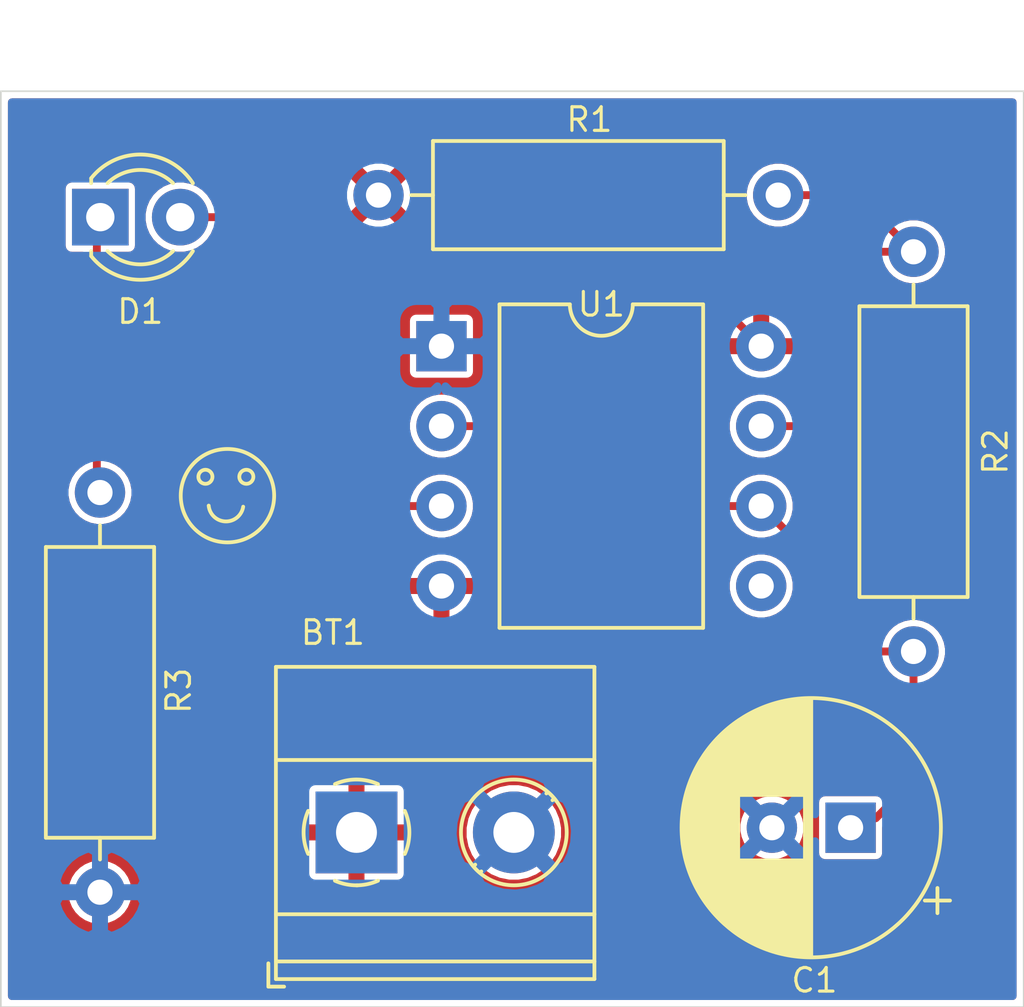
<source format=kicad_pcb>
(kicad_pcb (version 20171130) (host pcbnew 5.1.9)

  (general
    (thickness 1.6)
    (drawings 8)
    (tracks 27)
    (zones 0)
    (modules 7)
    (nets 8)
  )

  (page A4)
  (layers
    (0 F.Cu signal)
    (31 B.Cu signal)
    (32 B.Adhes user)
    (33 F.Adhes user)
    (34 B.Paste user)
    (35 F.Paste user)
    (36 B.SilkS user)
    (37 F.SilkS user)
    (38 B.Mask user)
    (39 F.Mask user)
    (40 Dwgs.User user)
    (41 Cmts.User user)
    (42 Eco1.User user)
    (43 Eco2.User user)
    (44 Edge.Cuts user)
    (45 Margin user)
    (46 B.CrtYd user)
    (47 F.CrtYd user)
    (48 B.Fab user)
    (49 F.Fab user hide)
  )

  (setup
    (last_trace_width 0.25)
    (trace_clearance 0.2)
    (zone_clearance 0.2)
    (zone_45_only no)
    (trace_min 0.2)
    (via_size 0.8)
    (via_drill 0.4)
    (via_min_size 0.4)
    (via_min_drill 0.3)
    (uvia_size 0.3)
    (uvia_drill 0.1)
    (uvias_allowed no)
    (uvia_min_size 0.2)
    (uvia_min_drill 0.1)
    (edge_width 0.05)
    (segment_width 0.2)
    (pcb_text_width 0.3)
    (pcb_text_size 1.5 1.5)
    (mod_edge_width 0.12)
    (mod_text_size 0.75 0.75)
    (mod_text_width 0.1)
    (pad_size 1.524 1.524)
    (pad_drill 0.762)
    (pad_to_mask_clearance 0)
    (aux_axis_origin 0 0)
    (visible_elements FFFFFF7F)
    (pcbplotparams
      (layerselection 0x010fc_ffffffff)
      (usegerberextensions false)
      (usegerberattributes true)
      (usegerberadvancedattributes true)
      (creategerberjobfile true)
      (excludeedgelayer true)
      (linewidth 0.100000)
      (plotframeref false)
      (viasonmask false)
      (mode 1)
      (useauxorigin false)
      (hpglpennumber 1)
      (hpglpenspeed 20)
      (hpglpendiameter 15.000000)
      (psnegative false)
      (psa4output false)
      (plotreference true)
      (plotvalue true)
      (plotinvisibletext false)
      (padsonsilk false)
      (subtractmaskfromsilk false)
      (outputformat 1)
      (mirror false)
      (drillshape 0)
      (scaleselection 1)
      (outputdirectory "Gerber/"))
  )

  (net 0 "")
  (net 1 GND)
  (net 2 "Net-(U1-Pad5)")
  (net 3 /VCC)
  (net 4 /TRIG)
  (net 5 /OUT)
  (net 6 "Net-(R1-Pad2)")
  (net 7 "Net-(D1-Pad1)")

  (net_class Default "This is the default net class."
    (clearance 0.2)
    (trace_width 0.25)
    (via_dia 0.8)
    (via_drill 0.4)
    (uvia_dia 0.3)
    (uvia_drill 0.1)
    (add_net /OUT)
    (add_net /TRIG)
    (add_net /VCC)
    (add_net GND)
    (add_net "Net-(D1-Pad1)")
    (add_net "Net-(R1-Pad2)")
    (add_net "Net-(U1-Pad5)")
  )

  (module Package_DIP:DIP-8_W10.16mm (layer F.Cu) (tedit 5A02E8C5) (tstamp 5FF1A530)
    (at 184.5 68)
    (descr "8-lead though-hole mounted DIP package, row spacing 10.16 mm (400 mils)")
    (tags "THT DIP DIL PDIP 2.54mm 10.16mm 400mil")
    (path /5FF1613A)
    (fp_text reference U1 (at 5.08 -1.33) (layer F.SilkS)
      (effects (font (size 0.75 0.75) (thickness 0.1)))
    )
    (fp_text value NE555P (at 5.08 9.95) (layer F.Fab)
      (effects (font (size 1 1) (thickness 0.15)))
    )
    (fp_line (start 2.905 -1.27) (end 8.255 -1.27) (layer F.Fab) (width 0.1))
    (fp_line (start 8.255 -1.27) (end 8.255 8.89) (layer F.Fab) (width 0.1))
    (fp_line (start 8.255 8.89) (end 1.905 8.89) (layer F.Fab) (width 0.1))
    (fp_line (start 1.905 8.89) (end 1.905 -0.27) (layer F.Fab) (width 0.1))
    (fp_line (start 1.905 -0.27) (end 2.905 -1.27) (layer F.Fab) (width 0.1))
    (fp_line (start 4.08 -1.33) (end 1.845 -1.33) (layer F.SilkS) (width 0.12))
    (fp_line (start 1.845 -1.33) (end 1.845 8.95) (layer F.SilkS) (width 0.12))
    (fp_line (start 1.845 8.95) (end 8.315 8.95) (layer F.SilkS) (width 0.12))
    (fp_line (start 8.315 8.95) (end 8.315 -1.33) (layer F.SilkS) (width 0.12))
    (fp_line (start 8.315 -1.33) (end 6.08 -1.33) (layer F.SilkS) (width 0.12))
    (fp_line (start -1.05 -1.55) (end -1.05 9.15) (layer F.CrtYd) (width 0.05))
    (fp_line (start -1.05 9.15) (end 11.25 9.15) (layer F.CrtYd) (width 0.05))
    (fp_line (start 11.25 9.15) (end 11.25 -1.55) (layer F.CrtYd) (width 0.05))
    (fp_line (start 11.25 -1.55) (end -1.05 -1.55) (layer F.CrtYd) (width 0.05))
    (fp_text user %R (at 5.08 3.81) (layer F.Fab)
      (effects (font (size 1 1) (thickness 0.15)))
    )
    (fp_arc (start 5.08 -1.33) (end 4.08 -1.33) (angle -180) (layer F.SilkS) (width 0.12))
    (pad 8 thru_hole oval (at 10.16 0) (size 1.6 1.6) (drill 0.8) (layers *.Cu *.Mask)
      (net 3 /VCC))
    (pad 4 thru_hole oval (at 0 7.62) (size 1.6 1.6) (drill 0.8) (layers *.Cu *.Mask)
      (net 3 /VCC))
    (pad 7 thru_hole oval (at 10.16 2.54) (size 1.6 1.6) (drill 0.8) (layers *.Cu *.Mask)
      (net 6 "Net-(R1-Pad2)"))
    (pad 3 thru_hole oval (at 0 5.08) (size 1.6 1.6) (drill 0.8) (layers *.Cu *.Mask)
      (net 5 /OUT))
    (pad 6 thru_hole oval (at 10.16 5.08) (size 1.6 1.6) (drill 0.8) (layers *.Cu *.Mask)
      (net 4 /TRIG))
    (pad 2 thru_hole oval (at 0 2.54) (size 1.6 1.6) (drill 0.8) (layers *.Cu *.Mask)
      (net 4 /TRIG))
    (pad 5 thru_hole oval (at 10.16 7.62) (size 1.6 1.6) (drill 0.8) (layers *.Cu *.Mask)
      (net 2 "Net-(U1-Pad5)"))
    (pad 1 thru_hole rect (at 0 0) (size 1.6 1.6) (drill 0.8) (layers *.Cu *.Mask)
      (net 1 GND))
    (model ${KISYS3DMOD}/Package_DIP.3dshapes/DIP-8_W10.16mm.wrl
      (at (xyz 0 0 0))
      (scale (xyz 1 1 1))
      (rotate (xyz 0 0 0))
    )
  )

  (module Resistor_THT:R_Axial_DIN0309_L9.0mm_D3.2mm_P12.70mm_Horizontal (layer F.Cu) (tedit 5AE5139B) (tstamp 5FF1925A)
    (at 173.65 72.65 270)
    (descr "Resistor, Axial_DIN0309 series, Axial, Horizontal, pin pitch=12.7mm, 0.5W = 1/2W, length*diameter=9*3.2mm^2, http://cdn-reichelt.de/documents/datenblatt/B400/1_4W%23YAG.pdf")
    (tags "Resistor Axial_DIN0309 series Axial Horizontal pin pitch 12.7mm 0.5W = 1/2W length 9mm diameter 3.2mm")
    (path /5F7EAA86)
    (fp_text reference R3 (at 6.3 -2.5 90) (layer F.SilkS)
      (effects (font (size 0.75 0.75) (thickness 0.1)))
    )
    (fp_text value 1k (at 6.35 2.72 90) (layer F.Fab)
      (effects (font (size 1 1) (thickness 0.15)))
    )
    (fp_line (start 1.85 -1.6) (end 1.85 1.6) (layer F.Fab) (width 0.1))
    (fp_line (start 1.85 1.6) (end 10.85 1.6) (layer F.Fab) (width 0.1))
    (fp_line (start 10.85 1.6) (end 10.85 -1.6) (layer F.Fab) (width 0.1))
    (fp_line (start 10.85 -1.6) (end 1.85 -1.6) (layer F.Fab) (width 0.1))
    (fp_line (start 0 0) (end 1.85 0) (layer F.Fab) (width 0.1))
    (fp_line (start 12.7 0) (end 10.85 0) (layer F.Fab) (width 0.1))
    (fp_line (start 1.73 -1.72) (end 1.73 1.72) (layer F.SilkS) (width 0.12))
    (fp_line (start 1.73 1.72) (end 10.97 1.72) (layer F.SilkS) (width 0.12))
    (fp_line (start 10.97 1.72) (end 10.97 -1.72) (layer F.SilkS) (width 0.12))
    (fp_line (start 10.97 -1.72) (end 1.73 -1.72) (layer F.SilkS) (width 0.12))
    (fp_line (start 1.04 0) (end 1.73 0) (layer F.SilkS) (width 0.12))
    (fp_line (start 11.66 0) (end 10.97 0) (layer F.SilkS) (width 0.12))
    (fp_line (start -1.05 -1.85) (end -1.05 1.85) (layer F.CrtYd) (width 0.05))
    (fp_line (start -1.05 1.85) (end 13.75 1.85) (layer F.CrtYd) (width 0.05))
    (fp_line (start 13.75 1.85) (end 13.75 -1.85) (layer F.CrtYd) (width 0.05))
    (fp_line (start 13.75 -1.85) (end -1.05 -1.85) (layer F.CrtYd) (width 0.05))
    (fp_text user %R (at 6.35 0 90) (layer F.Fab)
      (effects (font (size 1 1) (thickness 0.15)))
    )
    (pad 2 thru_hole oval (at 12.7 0 270) (size 1.6 1.6) (drill 0.8) (layers *.Cu *.Mask)
      (net 1 GND))
    (pad 1 thru_hole circle (at 0 0 270) (size 1.6 1.6) (drill 0.8) (layers *.Cu *.Mask)
      (net 7 "Net-(D1-Pad1)"))
    (model ${KISYS3DMOD}/Resistor_THT.3dshapes/R_Axial_DIN0309_L9.0mm_D3.2mm_P12.70mm_Horizontal.wrl
      (at (xyz 0 0 0))
      (scale (xyz 1 1 1))
      (rotate (xyz 0 0 0))
    )
  )

  (module Resistor_THT:R_Axial_DIN0309_L9.0mm_D3.2mm_P12.70mm_Horizontal (layer F.Cu) (tedit 5AE5139B) (tstamp 5FF1502C)
    (at 199.5 65 270)
    (descr "Resistor, Axial_DIN0309 series, Axial, Horizontal, pin pitch=12.7mm, 0.5W = 1/2W, length*diameter=9*3.2mm^2, http://cdn-reichelt.de/documents/datenblatt/B400/1_4W%23YAG.pdf")
    (tags "Resistor Axial_DIN0309 series Axial Horizontal pin pitch 12.7mm 0.5W = 1/2W length 9mm diameter 3.2mm")
    (path /5F7EA365)
    (fp_text reference R2 (at 6.35 -2.6 90) (layer F.SilkS)
      (effects (font (size 0.75 0.75) (thickness 0.1)))
    )
    (fp_text value 470k (at 6.35 2.72 90) (layer F.Fab)
      (effects (font (size 1 1) (thickness 0.15)))
    )
    (fp_line (start 1.85 -1.6) (end 1.85 1.6) (layer F.Fab) (width 0.1))
    (fp_line (start 1.85 1.6) (end 10.85 1.6) (layer F.Fab) (width 0.1))
    (fp_line (start 10.85 1.6) (end 10.85 -1.6) (layer F.Fab) (width 0.1))
    (fp_line (start 10.85 -1.6) (end 1.85 -1.6) (layer F.Fab) (width 0.1))
    (fp_line (start 0 0) (end 1.85 0) (layer F.Fab) (width 0.1))
    (fp_line (start 12.7 0) (end 10.85 0) (layer F.Fab) (width 0.1))
    (fp_line (start 1.73 -1.72) (end 1.73 1.72) (layer F.SilkS) (width 0.12))
    (fp_line (start 1.73 1.72) (end 10.97 1.72) (layer F.SilkS) (width 0.12))
    (fp_line (start 10.97 1.72) (end 10.97 -1.72) (layer F.SilkS) (width 0.12))
    (fp_line (start 10.97 -1.72) (end 1.73 -1.72) (layer F.SilkS) (width 0.12))
    (fp_line (start 1.04 0) (end 1.73 0) (layer F.SilkS) (width 0.12))
    (fp_line (start 11.66 0) (end 10.97 0) (layer F.SilkS) (width 0.12))
    (fp_line (start -1.05 -1.85) (end -1.05 1.85) (layer F.CrtYd) (width 0.05))
    (fp_line (start -1.05 1.85) (end 13.75 1.85) (layer F.CrtYd) (width 0.05))
    (fp_line (start 13.75 1.85) (end 13.75 -1.85) (layer F.CrtYd) (width 0.05))
    (fp_line (start 13.75 -1.85) (end -1.05 -1.85) (layer F.CrtYd) (width 0.05))
    (fp_text user %R (at 6.35 0 90) (layer F.Fab)
      (effects (font (size 1 1) (thickness 0.15)))
    )
    (pad 2 thru_hole oval (at 12.7 0 270) (size 1.6 1.6) (drill 0.8) (layers *.Cu *.Mask)
      (net 4 /TRIG))
    (pad 1 thru_hole circle (at 0 0 270) (size 1.6 1.6) (drill 0.8) (layers *.Cu *.Mask)
      (net 6 "Net-(R1-Pad2)"))
    (model ${KISYS3DMOD}/Resistor_THT.3dshapes/R_Axial_DIN0309_L9.0mm_D3.2mm_P12.70mm_Horizontal.wrl
      (at (xyz 0 0 0))
      (scale (xyz 1 1 1))
      (rotate (xyz 0 0 0))
    )
  )

  (module Resistor_THT:R_Axial_DIN0309_L9.0mm_D3.2mm_P12.70mm_Horizontal (layer F.Cu) (tedit 5AE5139B) (tstamp 5FF1A31A)
    (at 182.5 63.2)
    (descr "Resistor, Axial_DIN0309 series, Axial, Horizontal, pin pitch=12.7mm, 0.5W = 1/2W, length*diameter=9*3.2mm^2, http://cdn-reichelt.de/documents/datenblatt/B400/1_4W%23YAG.pdf")
    (tags "Resistor Axial_DIN0309 series Axial Horizontal pin pitch 12.7mm 0.5W = 1/2W length 9mm diameter 3.2mm")
    (path /5F7E936B)
    (fp_text reference R1 (at 6.7 -2.4) (layer F.SilkS)
      (effects (font (size 0.75 0.75) (thickness 0.1)))
    )
    (fp_text value 1k (at 6.35 2.72) (layer F.Fab)
      (effects (font (size 1 1) (thickness 0.15)))
    )
    (fp_line (start 1.85 -1.6) (end 1.85 1.6) (layer F.Fab) (width 0.1))
    (fp_line (start 1.85 1.6) (end 10.85 1.6) (layer F.Fab) (width 0.1))
    (fp_line (start 10.85 1.6) (end 10.85 -1.6) (layer F.Fab) (width 0.1))
    (fp_line (start 10.85 -1.6) (end 1.85 -1.6) (layer F.Fab) (width 0.1))
    (fp_line (start 0 0) (end 1.85 0) (layer F.Fab) (width 0.1))
    (fp_line (start 12.7 0) (end 10.85 0) (layer F.Fab) (width 0.1))
    (fp_line (start 1.73 -1.72) (end 1.73 1.72) (layer F.SilkS) (width 0.12))
    (fp_line (start 1.73 1.72) (end 10.97 1.72) (layer F.SilkS) (width 0.12))
    (fp_line (start 10.97 1.72) (end 10.97 -1.72) (layer F.SilkS) (width 0.12))
    (fp_line (start 10.97 -1.72) (end 1.73 -1.72) (layer F.SilkS) (width 0.12))
    (fp_line (start 1.04 0) (end 1.73 0) (layer F.SilkS) (width 0.12))
    (fp_line (start 11.66 0) (end 10.97 0) (layer F.SilkS) (width 0.12))
    (fp_line (start -1.05 -1.85) (end -1.05 1.85) (layer F.CrtYd) (width 0.05))
    (fp_line (start -1.05 1.85) (end 13.75 1.85) (layer F.CrtYd) (width 0.05))
    (fp_line (start 13.75 1.85) (end 13.75 -1.85) (layer F.CrtYd) (width 0.05))
    (fp_line (start 13.75 -1.85) (end -1.05 -1.85) (layer F.CrtYd) (width 0.05))
    (fp_text user %R (at 6.35 0) (layer F.Fab)
      (effects (font (size 1 1) (thickness 0.15)))
    )
    (pad 2 thru_hole oval (at 12.7 0) (size 1.6 1.6) (drill 0.8) (layers *.Cu *.Mask)
      (net 6 "Net-(R1-Pad2)"))
    (pad 1 thru_hole circle (at 0 0) (size 1.6 1.6) (drill 0.8) (layers *.Cu *.Mask)
      (net 3 /VCC))
    (model ${KISYS3DMOD}/Resistor_THT.3dshapes/R_Axial_DIN0309_L9.0mm_D3.2mm_P12.70mm_Horizontal.wrl
      (at (xyz 0 0 0))
      (scale (xyz 1 1 1))
      (rotate (xyz 0 0 0))
    )
  )

  (module LED_THT:LED_D3.0mm (layer F.Cu) (tedit 587A3A7B) (tstamp 5FF16600)
    (at 173.66 63.9)
    (descr "LED, diameter 3.0mm, 2 pins")
    (tags "LED diameter 3.0mm 2 pins")
    (path /5F7EC16D)
    (fp_text reference D1 (at 1.27 3) (layer F.SilkS)
      (effects (font (size 0.75 0.75) (thickness 0.1)))
    )
    (fp_text value LED (at 1.27 2.96) (layer F.Fab)
      (effects (font (size 1 1) (thickness 0.15)))
    )
    (fp_circle (center 1.27 0) (end 2.77 0) (layer F.Fab) (width 0.1))
    (fp_line (start -0.23 -1.16619) (end -0.23 1.16619) (layer F.Fab) (width 0.1))
    (fp_line (start -0.29 -1.236) (end -0.29 -1.08) (layer F.SilkS) (width 0.12))
    (fp_line (start -0.29 1.08) (end -0.29 1.236) (layer F.SilkS) (width 0.12))
    (fp_line (start -1.15 -2.25) (end -1.15 2.25) (layer F.CrtYd) (width 0.05))
    (fp_line (start -1.15 2.25) (end 3.7 2.25) (layer F.CrtYd) (width 0.05))
    (fp_line (start 3.7 2.25) (end 3.7 -2.25) (layer F.CrtYd) (width 0.05))
    (fp_line (start 3.7 -2.25) (end -1.15 -2.25) (layer F.CrtYd) (width 0.05))
    (fp_arc (start 1.27 0) (end 0.229039 1.08) (angle -87.9) (layer F.SilkS) (width 0.12))
    (fp_arc (start 1.27 0) (end 0.229039 -1.08) (angle 87.9) (layer F.SilkS) (width 0.12))
    (fp_arc (start 1.27 0) (end -0.29 1.235516) (angle -108.8) (layer F.SilkS) (width 0.12))
    (fp_arc (start 1.27 0) (end -0.29 -1.235516) (angle 108.8) (layer F.SilkS) (width 0.12))
    (fp_arc (start 1.27 0) (end -0.23 -1.16619) (angle 284.3) (layer F.Fab) (width 0.1))
    (pad 2 thru_hole circle (at 2.54 0) (size 1.8 1.8) (drill 0.9) (layers *.Cu *.Mask)
      (net 5 /OUT))
    (pad 1 thru_hole rect (at 0 0) (size 1.8 1.8) (drill 0.9) (layers *.Cu *.Mask)
      (net 7 "Net-(D1-Pad1)"))
    (model ${KISYS3DMOD}/LED_THT.3dshapes/LED_D3.0mm.wrl
      (at (xyz 0 0 0))
      (scale (xyz 1 1 1))
      (rotate (xyz 0 0 0))
    )
  )

  (module Capacitor_THT:CP_Radial_D8.0mm_P2.50mm (layer F.Cu) (tedit 5AE50EF0) (tstamp 5FF13C00)
    (at 197.5 83.3 180)
    (descr "CP, Radial series, Radial, pin pitch=2.50mm, , diameter=8mm, Electrolytic Capacitor")
    (tags "CP Radial series Radial pin pitch 2.50mm  diameter 8mm Electrolytic Capacitor")
    (path /5FF5FB73)
    (fp_text reference C1 (at 1.15 -4.85) (layer F.SilkS)
      (effects (font (size 0.75 0.75) (thickness 0.1)))
    )
    (fp_text value C (at 1.25 5.25) (layer F.Fab)
      (effects (font (size 1 1) (thickness 0.15)))
    )
    (fp_circle (center 1.25 0) (end 5.25 0) (layer F.Fab) (width 0.1))
    (fp_circle (center 1.25 0) (end 5.37 0) (layer F.SilkS) (width 0.12))
    (fp_circle (center 1.25 0) (end 5.5 0) (layer F.CrtYd) (width 0.05))
    (fp_line (start -2.176759 -1.7475) (end -1.376759 -1.7475) (layer F.Fab) (width 0.1))
    (fp_line (start -1.776759 -2.1475) (end -1.776759 -1.3475) (layer F.Fab) (width 0.1))
    (fp_line (start 1.25 -4.08) (end 1.25 4.08) (layer F.SilkS) (width 0.12))
    (fp_line (start 1.29 -4.08) (end 1.29 4.08) (layer F.SilkS) (width 0.12))
    (fp_line (start 1.33 -4.08) (end 1.33 4.08) (layer F.SilkS) (width 0.12))
    (fp_line (start 1.37 -4.079) (end 1.37 4.079) (layer F.SilkS) (width 0.12))
    (fp_line (start 1.41 -4.077) (end 1.41 4.077) (layer F.SilkS) (width 0.12))
    (fp_line (start 1.45 -4.076) (end 1.45 4.076) (layer F.SilkS) (width 0.12))
    (fp_line (start 1.49 -4.074) (end 1.49 -1.04) (layer F.SilkS) (width 0.12))
    (fp_line (start 1.49 1.04) (end 1.49 4.074) (layer F.SilkS) (width 0.12))
    (fp_line (start 1.53 -4.071) (end 1.53 -1.04) (layer F.SilkS) (width 0.12))
    (fp_line (start 1.53 1.04) (end 1.53 4.071) (layer F.SilkS) (width 0.12))
    (fp_line (start 1.57 -4.068) (end 1.57 -1.04) (layer F.SilkS) (width 0.12))
    (fp_line (start 1.57 1.04) (end 1.57 4.068) (layer F.SilkS) (width 0.12))
    (fp_line (start 1.61 -4.065) (end 1.61 -1.04) (layer F.SilkS) (width 0.12))
    (fp_line (start 1.61 1.04) (end 1.61 4.065) (layer F.SilkS) (width 0.12))
    (fp_line (start 1.65 -4.061) (end 1.65 -1.04) (layer F.SilkS) (width 0.12))
    (fp_line (start 1.65 1.04) (end 1.65 4.061) (layer F.SilkS) (width 0.12))
    (fp_line (start 1.69 -4.057) (end 1.69 -1.04) (layer F.SilkS) (width 0.12))
    (fp_line (start 1.69 1.04) (end 1.69 4.057) (layer F.SilkS) (width 0.12))
    (fp_line (start 1.73 -4.052) (end 1.73 -1.04) (layer F.SilkS) (width 0.12))
    (fp_line (start 1.73 1.04) (end 1.73 4.052) (layer F.SilkS) (width 0.12))
    (fp_line (start 1.77 -4.048) (end 1.77 -1.04) (layer F.SilkS) (width 0.12))
    (fp_line (start 1.77 1.04) (end 1.77 4.048) (layer F.SilkS) (width 0.12))
    (fp_line (start 1.81 -4.042) (end 1.81 -1.04) (layer F.SilkS) (width 0.12))
    (fp_line (start 1.81 1.04) (end 1.81 4.042) (layer F.SilkS) (width 0.12))
    (fp_line (start 1.85 -4.037) (end 1.85 -1.04) (layer F.SilkS) (width 0.12))
    (fp_line (start 1.85 1.04) (end 1.85 4.037) (layer F.SilkS) (width 0.12))
    (fp_line (start 1.89 -4.03) (end 1.89 -1.04) (layer F.SilkS) (width 0.12))
    (fp_line (start 1.89 1.04) (end 1.89 4.03) (layer F.SilkS) (width 0.12))
    (fp_line (start 1.93 -4.024) (end 1.93 -1.04) (layer F.SilkS) (width 0.12))
    (fp_line (start 1.93 1.04) (end 1.93 4.024) (layer F.SilkS) (width 0.12))
    (fp_line (start 1.971 -4.017) (end 1.971 -1.04) (layer F.SilkS) (width 0.12))
    (fp_line (start 1.971 1.04) (end 1.971 4.017) (layer F.SilkS) (width 0.12))
    (fp_line (start 2.011 -4.01) (end 2.011 -1.04) (layer F.SilkS) (width 0.12))
    (fp_line (start 2.011 1.04) (end 2.011 4.01) (layer F.SilkS) (width 0.12))
    (fp_line (start 2.051 -4.002) (end 2.051 -1.04) (layer F.SilkS) (width 0.12))
    (fp_line (start 2.051 1.04) (end 2.051 4.002) (layer F.SilkS) (width 0.12))
    (fp_line (start 2.091 -3.994) (end 2.091 -1.04) (layer F.SilkS) (width 0.12))
    (fp_line (start 2.091 1.04) (end 2.091 3.994) (layer F.SilkS) (width 0.12))
    (fp_line (start 2.131 -3.985) (end 2.131 -1.04) (layer F.SilkS) (width 0.12))
    (fp_line (start 2.131 1.04) (end 2.131 3.985) (layer F.SilkS) (width 0.12))
    (fp_line (start 2.171 -3.976) (end 2.171 -1.04) (layer F.SilkS) (width 0.12))
    (fp_line (start 2.171 1.04) (end 2.171 3.976) (layer F.SilkS) (width 0.12))
    (fp_line (start 2.211 -3.967) (end 2.211 -1.04) (layer F.SilkS) (width 0.12))
    (fp_line (start 2.211 1.04) (end 2.211 3.967) (layer F.SilkS) (width 0.12))
    (fp_line (start 2.251 -3.957) (end 2.251 -1.04) (layer F.SilkS) (width 0.12))
    (fp_line (start 2.251 1.04) (end 2.251 3.957) (layer F.SilkS) (width 0.12))
    (fp_line (start 2.291 -3.947) (end 2.291 -1.04) (layer F.SilkS) (width 0.12))
    (fp_line (start 2.291 1.04) (end 2.291 3.947) (layer F.SilkS) (width 0.12))
    (fp_line (start 2.331 -3.936) (end 2.331 -1.04) (layer F.SilkS) (width 0.12))
    (fp_line (start 2.331 1.04) (end 2.331 3.936) (layer F.SilkS) (width 0.12))
    (fp_line (start 2.371 -3.925) (end 2.371 -1.04) (layer F.SilkS) (width 0.12))
    (fp_line (start 2.371 1.04) (end 2.371 3.925) (layer F.SilkS) (width 0.12))
    (fp_line (start 2.411 -3.914) (end 2.411 -1.04) (layer F.SilkS) (width 0.12))
    (fp_line (start 2.411 1.04) (end 2.411 3.914) (layer F.SilkS) (width 0.12))
    (fp_line (start 2.451 -3.902) (end 2.451 -1.04) (layer F.SilkS) (width 0.12))
    (fp_line (start 2.451 1.04) (end 2.451 3.902) (layer F.SilkS) (width 0.12))
    (fp_line (start 2.491 -3.889) (end 2.491 -1.04) (layer F.SilkS) (width 0.12))
    (fp_line (start 2.491 1.04) (end 2.491 3.889) (layer F.SilkS) (width 0.12))
    (fp_line (start 2.531 -3.877) (end 2.531 -1.04) (layer F.SilkS) (width 0.12))
    (fp_line (start 2.531 1.04) (end 2.531 3.877) (layer F.SilkS) (width 0.12))
    (fp_line (start 2.571 -3.863) (end 2.571 -1.04) (layer F.SilkS) (width 0.12))
    (fp_line (start 2.571 1.04) (end 2.571 3.863) (layer F.SilkS) (width 0.12))
    (fp_line (start 2.611 -3.85) (end 2.611 -1.04) (layer F.SilkS) (width 0.12))
    (fp_line (start 2.611 1.04) (end 2.611 3.85) (layer F.SilkS) (width 0.12))
    (fp_line (start 2.651 -3.835) (end 2.651 -1.04) (layer F.SilkS) (width 0.12))
    (fp_line (start 2.651 1.04) (end 2.651 3.835) (layer F.SilkS) (width 0.12))
    (fp_line (start 2.691 -3.821) (end 2.691 -1.04) (layer F.SilkS) (width 0.12))
    (fp_line (start 2.691 1.04) (end 2.691 3.821) (layer F.SilkS) (width 0.12))
    (fp_line (start 2.731 -3.805) (end 2.731 -1.04) (layer F.SilkS) (width 0.12))
    (fp_line (start 2.731 1.04) (end 2.731 3.805) (layer F.SilkS) (width 0.12))
    (fp_line (start 2.771 -3.79) (end 2.771 -1.04) (layer F.SilkS) (width 0.12))
    (fp_line (start 2.771 1.04) (end 2.771 3.79) (layer F.SilkS) (width 0.12))
    (fp_line (start 2.811 -3.774) (end 2.811 -1.04) (layer F.SilkS) (width 0.12))
    (fp_line (start 2.811 1.04) (end 2.811 3.774) (layer F.SilkS) (width 0.12))
    (fp_line (start 2.851 -3.757) (end 2.851 -1.04) (layer F.SilkS) (width 0.12))
    (fp_line (start 2.851 1.04) (end 2.851 3.757) (layer F.SilkS) (width 0.12))
    (fp_line (start 2.891 -3.74) (end 2.891 -1.04) (layer F.SilkS) (width 0.12))
    (fp_line (start 2.891 1.04) (end 2.891 3.74) (layer F.SilkS) (width 0.12))
    (fp_line (start 2.931 -3.722) (end 2.931 -1.04) (layer F.SilkS) (width 0.12))
    (fp_line (start 2.931 1.04) (end 2.931 3.722) (layer F.SilkS) (width 0.12))
    (fp_line (start 2.971 -3.704) (end 2.971 -1.04) (layer F.SilkS) (width 0.12))
    (fp_line (start 2.971 1.04) (end 2.971 3.704) (layer F.SilkS) (width 0.12))
    (fp_line (start 3.011 -3.686) (end 3.011 -1.04) (layer F.SilkS) (width 0.12))
    (fp_line (start 3.011 1.04) (end 3.011 3.686) (layer F.SilkS) (width 0.12))
    (fp_line (start 3.051 -3.666) (end 3.051 -1.04) (layer F.SilkS) (width 0.12))
    (fp_line (start 3.051 1.04) (end 3.051 3.666) (layer F.SilkS) (width 0.12))
    (fp_line (start 3.091 -3.647) (end 3.091 -1.04) (layer F.SilkS) (width 0.12))
    (fp_line (start 3.091 1.04) (end 3.091 3.647) (layer F.SilkS) (width 0.12))
    (fp_line (start 3.131 -3.627) (end 3.131 -1.04) (layer F.SilkS) (width 0.12))
    (fp_line (start 3.131 1.04) (end 3.131 3.627) (layer F.SilkS) (width 0.12))
    (fp_line (start 3.171 -3.606) (end 3.171 -1.04) (layer F.SilkS) (width 0.12))
    (fp_line (start 3.171 1.04) (end 3.171 3.606) (layer F.SilkS) (width 0.12))
    (fp_line (start 3.211 -3.584) (end 3.211 -1.04) (layer F.SilkS) (width 0.12))
    (fp_line (start 3.211 1.04) (end 3.211 3.584) (layer F.SilkS) (width 0.12))
    (fp_line (start 3.251 -3.562) (end 3.251 -1.04) (layer F.SilkS) (width 0.12))
    (fp_line (start 3.251 1.04) (end 3.251 3.562) (layer F.SilkS) (width 0.12))
    (fp_line (start 3.291 -3.54) (end 3.291 -1.04) (layer F.SilkS) (width 0.12))
    (fp_line (start 3.291 1.04) (end 3.291 3.54) (layer F.SilkS) (width 0.12))
    (fp_line (start 3.331 -3.517) (end 3.331 -1.04) (layer F.SilkS) (width 0.12))
    (fp_line (start 3.331 1.04) (end 3.331 3.517) (layer F.SilkS) (width 0.12))
    (fp_line (start 3.371 -3.493) (end 3.371 -1.04) (layer F.SilkS) (width 0.12))
    (fp_line (start 3.371 1.04) (end 3.371 3.493) (layer F.SilkS) (width 0.12))
    (fp_line (start 3.411 -3.469) (end 3.411 -1.04) (layer F.SilkS) (width 0.12))
    (fp_line (start 3.411 1.04) (end 3.411 3.469) (layer F.SilkS) (width 0.12))
    (fp_line (start 3.451 -3.444) (end 3.451 -1.04) (layer F.SilkS) (width 0.12))
    (fp_line (start 3.451 1.04) (end 3.451 3.444) (layer F.SilkS) (width 0.12))
    (fp_line (start 3.491 -3.418) (end 3.491 -1.04) (layer F.SilkS) (width 0.12))
    (fp_line (start 3.491 1.04) (end 3.491 3.418) (layer F.SilkS) (width 0.12))
    (fp_line (start 3.531 -3.392) (end 3.531 -1.04) (layer F.SilkS) (width 0.12))
    (fp_line (start 3.531 1.04) (end 3.531 3.392) (layer F.SilkS) (width 0.12))
    (fp_line (start 3.571 -3.365) (end 3.571 3.365) (layer F.SilkS) (width 0.12))
    (fp_line (start 3.611 -3.338) (end 3.611 3.338) (layer F.SilkS) (width 0.12))
    (fp_line (start 3.651 -3.309) (end 3.651 3.309) (layer F.SilkS) (width 0.12))
    (fp_line (start 3.691 -3.28) (end 3.691 3.28) (layer F.SilkS) (width 0.12))
    (fp_line (start 3.731 -3.25) (end 3.731 3.25) (layer F.SilkS) (width 0.12))
    (fp_line (start 3.771 -3.22) (end 3.771 3.22) (layer F.SilkS) (width 0.12))
    (fp_line (start 3.811 -3.189) (end 3.811 3.189) (layer F.SilkS) (width 0.12))
    (fp_line (start 3.851 -3.156) (end 3.851 3.156) (layer F.SilkS) (width 0.12))
    (fp_line (start 3.891 -3.124) (end 3.891 3.124) (layer F.SilkS) (width 0.12))
    (fp_line (start 3.931 -3.09) (end 3.931 3.09) (layer F.SilkS) (width 0.12))
    (fp_line (start 3.971 -3.055) (end 3.971 3.055) (layer F.SilkS) (width 0.12))
    (fp_line (start 4.011 -3.019) (end 4.011 3.019) (layer F.SilkS) (width 0.12))
    (fp_line (start 4.051 -2.983) (end 4.051 2.983) (layer F.SilkS) (width 0.12))
    (fp_line (start 4.091 -2.945) (end 4.091 2.945) (layer F.SilkS) (width 0.12))
    (fp_line (start 4.131 -2.907) (end 4.131 2.907) (layer F.SilkS) (width 0.12))
    (fp_line (start 4.171 -2.867) (end 4.171 2.867) (layer F.SilkS) (width 0.12))
    (fp_line (start 4.211 -2.826) (end 4.211 2.826) (layer F.SilkS) (width 0.12))
    (fp_line (start 4.251 -2.784) (end 4.251 2.784) (layer F.SilkS) (width 0.12))
    (fp_line (start 4.291 -2.741) (end 4.291 2.741) (layer F.SilkS) (width 0.12))
    (fp_line (start 4.331 -2.697) (end 4.331 2.697) (layer F.SilkS) (width 0.12))
    (fp_line (start 4.371 -2.651) (end 4.371 2.651) (layer F.SilkS) (width 0.12))
    (fp_line (start 4.411 -2.604) (end 4.411 2.604) (layer F.SilkS) (width 0.12))
    (fp_line (start 4.451 -2.556) (end 4.451 2.556) (layer F.SilkS) (width 0.12))
    (fp_line (start 4.491 -2.505) (end 4.491 2.505) (layer F.SilkS) (width 0.12))
    (fp_line (start 4.531 -2.454) (end 4.531 2.454) (layer F.SilkS) (width 0.12))
    (fp_line (start 4.571 -2.4) (end 4.571 2.4) (layer F.SilkS) (width 0.12))
    (fp_line (start 4.611 -2.345) (end 4.611 2.345) (layer F.SilkS) (width 0.12))
    (fp_line (start 4.651 -2.287) (end 4.651 2.287) (layer F.SilkS) (width 0.12))
    (fp_line (start 4.691 -2.228) (end 4.691 2.228) (layer F.SilkS) (width 0.12))
    (fp_line (start 4.731 -2.166) (end 4.731 2.166) (layer F.SilkS) (width 0.12))
    (fp_line (start 4.771 -2.102) (end 4.771 2.102) (layer F.SilkS) (width 0.12))
    (fp_line (start 4.811 -2.034) (end 4.811 2.034) (layer F.SilkS) (width 0.12))
    (fp_line (start 4.851 -1.964) (end 4.851 1.964) (layer F.SilkS) (width 0.12))
    (fp_line (start 4.891 -1.89) (end 4.891 1.89) (layer F.SilkS) (width 0.12))
    (fp_line (start 4.931 -1.813) (end 4.931 1.813) (layer F.SilkS) (width 0.12))
    (fp_line (start 4.971 -1.731) (end 4.971 1.731) (layer F.SilkS) (width 0.12))
    (fp_line (start 5.011 -1.645) (end 5.011 1.645) (layer F.SilkS) (width 0.12))
    (fp_line (start 5.051 -1.552) (end 5.051 1.552) (layer F.SilkS) (width 0.12))
    (fp_line (start 5.091 -1.453) (end 5.091 1.453) (layer F.SilkS) (width 0.12))
    (fp_line (start 5.131 -1.346) (end 5.131 1.346) (layer F.SilkS) (width 0.12))
    (fp_line (start 5.171 -1.229) (end 5.171 1.229) (layer F.SilkS) (width 0.12))
    (fp_line (start 5.211 -1.098) (end 5.211 1.098) (layer F.SilkS) (width 0.12))
    (fp_line (start 5.251 -0.948) (end 5.251 0.948) (layer F.SilkS) (width 0.12))
    (fp_line (start 5.291 -0.768) (end 5.291 0.768) (layer F.SilkS) (width 0.12))
    (fp_line (start 5.331 -0.533) (end 5.331 0.533) (layer F.SilkS) (width 0.12))
    (fp_line (start -3.159698 -2.315) (end -2.359698 -2.315) (layer F.SilkS) (width 0.12))
    (fp_line (start -2.759698 -2.715) (end -2.759698 -1.915) (layer F.SilkS) (width 0.12))
    (fp_text user %R (at 1.25 0) (layer F.Fab)
      (effects (font (size 1 1) (thickness 0.15)))
    )
    (pad 2 thru_hole circle (at 2.5 0 180) (size 1.6 1.6) (drill 0.8) (layers *.Cu *.Mask)
      (net 1 GND))
    (pad 1 thru_hole rect (at 0 0 180) (size 1.6 1.6) (drill 0.8) (layers *.Cu *.Mask)
      (net 4 /TRIG))
    (model ${KISYS3DMOD}/Capacitor_THT.3dshapes/CP_Radial_D8.0mm_P2.50mm.wrl
      (at (xyz 0 0 0))
      (scale (xyz 1 1 1))
      (rotate (xyz 0 0 0))
    )
  )

  (module TerminalBlock_Phoenix:TerminalBlock_Phoenix_MKDS-1,5-2_1x02_P5.00mm_Horizontal (layer F.Cu) (tedit 5B294EE5) (tstamp 5FF1A446)
    (at 181.8 83.45)
    (descr "Terminal Block Phoenix MKDS-1,5-2, 2 pins, pitch 5mm, size 10x9.8mm^2, drill diamater 1.3mm, pad diameter 2.6mm, see http://www.farnell.com/datasheets/100425.pdf, script-generated using https://github.com/pointhi/kicad-footprint-generator/scripts/TerminalBlock_Phoenix")
    (tags "THT Terminal Block Phoenix MKDS-1,5-2 pitch 5mm size 10x9.8mm^2 drill 1.3mm pad 2.6mm")
    (path /5FF383B6)
    (fp_text reference BT1 (at -0.75 -6.35) (layer F.SilkS)
      (effects (font (size 0.75 0.75) (thickness 0.1)))
    )
    (fp_text value Battery_Cell (at 2.5 5.66) (layer F.Fab)
      (effects (font (size 1 1) (thickness 0.15)))
    )
    (fp_circle (center 0 0) (end 1.5 0) (layer F.Fab) (width 0.1))
    (fp_circle (center 5 0) (end 6.5 0) (layer F.Fab) (width 0.1))
    (fp_circle (center 5 0) (end 6.68 0) (layer F.SilkS) (width 0.12))
    (fp_line (start -2.5 -5.2) (end 7.5 -5.2) (layer F.Fab) (width 0.1))
    (fp_line (start 7.5 -5.2) (end 7.5 4.6) (layer F.Fab) (width 0.1))
    (fp_line (start 7.5 4.6) (end -2 4.6) (layer F.Fab) (width 0.1))
    (fp_line (start -2 4.6) (end -2.5 4.1) (layer F.Fab) (width 0.1))
    (fp_line (start -2.5 4.1) (end -2.5 -5.2) (layer F.Fab) (width 0.1))
    (fp_line (start -2.5 4.1) (end 7.5 4.1) (layer F.Fab) (width 0.1))
    (fp_line (start -2.56 4.1) (end 7.56 4.1) (layer F.SilkS) (width 0.12))
    (fp_line (start -2.5 2.6) (end 7.5 2.6) (layer F.Fab) (width 0.1))
    (fp_line (start -2.56 2.6) (end 7.56 2.6) (layer F.SilkS) (width 0.12))
    (fp_line (start -2.5 -2.3) (end 7.5 -2.3) (layer F.Fab) (width 0.1))
    (fp_line (start -2.56 -2.301) (end 7.56 -2.301) (layer F.SilkS) (width 0.12))
    (fp_line (start -2.56 -5.261) (end 7.56 -5.261) (layer F.SilkS) (width 0.12))
    (fp_line (start -2.56 4.66) (end 7.56 4.66) (layer F.SilkS) (width 0.12))
    (fp_line (start -2.56 -5.261) (end -2.56 4.66) (layer F.SilkS) (width 0.12))
    (fp_line (start 7.56 -5.261) (end 7.56 4.66) (layer F.SilkS) (width 0.12))
    (fp_line (start 1.138 -0.955) (end -0.955 1.138) (layer F.Fab) (width 0.1))
    (fp_line (start 0.955 -1.138) (end -1.138 0.955) (layer F.Fab) (width 0.1))
    (fp_line (start 6.138 -0.955) (end 4.046 1.138) (layer F.Fab) (width 0.1))
    (fp_line (start 5.955 -1.138) (end 3.863 0.955) (layer F.Fab) (width 0.1))
    (fp_line (start 6.275 -1.069) (end 6.228 -1.023) (layer F.SilkS) (width 0.12))
    (fp_line (start 3.966 1.239) (end 3.931 1.274) (layer F.SilkS) (width 0.12))
    (fp_line (start 6.07 -1.275) (end 6.035 -1.239) (layer F.SilkS) (width 0.12))
    (fp_line (start 3.773 1.023) (end 3.726 1.069) (layer F.SilkS) (width 0.12))
    (fp_line (start -2.8 4.16) (end -2.8 4.9) (layer F.SilkS) (width 0.12))
    (fp_line (start -2.8 4.9) (end -2.3 4.9) (layer F.SilkS) (width 0.12))
    (fp_line (start -3 -5.71) (end -3 5.1) (layer F.CrtYd) (width 0.05))
    (fp_line (start -3 5.1) (end 8 5.1) (layer F.CrtYd) (width 0.05))
    (fp_line (start 8 5.1) (end 8 -5.71) (layer F.CrtYd) (width 0.05))
    (fp_line (start 8 -5.71) (end -3 -5.71) (layer F.CrtYd) (width 0.05))
    (fp_text user %R (at 2.5 3.2) (layer F.Fab)
      (effects (font (size 1 1) (thickness 0.15)))
    )
    (fp_arc (start 0 0) (end -0.684 1.535) (angle -25) (layer F.SilkS) (width 0.12))
    (fp_arc (start 0 0) (end -1.535 -0.684) (angle -48) (layer F.SilkS) (width 0.12))
    (fp_arc (start 0 0) (end 0.684 -1.535) (angle -48) (layer F.SilkS) (width 0.12))
    (fp_arc (start 0 0) (end 1.535 0.684) (angle -48) (layer F.SilkS) (width 0.12))
    (fp_arc (start 0 0) (end 0 1.68) (angle -24) (layer F.SilkS) (width 0.12))
    (pad 2 thru_hole circle (at 5 0) (size 2.6 2.6) (drill 1.3) (layers *.Cu *.Mask)
      (net 1 GND))
    (pad 1 thru_hole rect (at 0 0) (size 2.6 2.6) (drill 1.3) (layers *.Cu *.Mask)
      (net 3 /VCC))
    (model ${KISYS3DMOD}/TerminalBlock_Phoenix.3dshapes/TerminalBlock_Phoenix_MKDS-1,5-2_1x02_P5.00mm_Horizontal.wrl
      (at (xyz 0 0 0))
      (scale (xyz 1 1 1))
      (rotate (xyz 0 0 0))
    )
  )

  (gr_arc (start 177.654155 73.016023) (end 177.104156 73.066022) (angle -166.0594088) (layer F.SilkS) (width 0.12))
  (gr_circle (center 178.3 72.15) (end 178.523607 72.15) (layer F.SilkS) (width 0.12))
  (gr_circle (center 177 72.15) (end 177.2 72.25) (layer F.SilkS) (width 0.12))
  (gr_circle (center 177.7 72.75) (end 178.5 74) (layer F.SilkS) (width 0.12))
  (gr_line (start 170.5 59.9) (end 203 59.9) (layer Edge.Cuts) (width 0.05) (tstamp 5FF1900E))
  (gr_line (start 203 89) (end 203 59.9) (layer Edge.Cuts) (width 0.05))
  (gr_line (start 170.5 89) (end 203 89) (layer Edge.Cuts) (width 0.05))
  (gr_line (start 170.5 59.9) (end 170.5 89) (layer Edge.Cuts) (width 0.05) (tstamp 5FF148DA))

  (segment (start 177.5 60.5) (end 185 60.5) (width 0.25) (layer F.Cu) (net 3))
  (segment (start 187.16 60.5) (end 194.66 68) (width 0.25) (layer F.Cu) (net 3))
  (segment (start 185 60.5) (end 187.16 60.5) (width 0.25) (layer F.Cu) (net 3))
  (segment (start 199.5 77.7) (end 199.5 81.8) (width 0.25) (layer F.Cu) (net 4))
  (segment (start 199.5 81.8) (end 198.3 83) (width 0.25) (layer F.Cu) (net 4))
  (segment (start 194.66 73.08) (end 196.8 75.22) (width 0.25) (layer F.Cu) (net 4))
  (segment (start 196.8 75.22) (end 196.8 76.8) (width 0.25) (layer F.Cu) (net 4))
  (segment (start 197.7 77.7) (end 199.5 77.7) (width 0.25) (layer F.Cu) (net 4))
  (segment (start 196.8 76.8) (end 197.7 77.7) (width 0.25) (layer F.Cu) (net 4))
  (segment (start 194.66 73.08) (end 192.08 73.08) (width 0.25) (layer F.Cu) (net 4))
  (segment (start 189.54 70.54) (end 184.5 70.54) (width 0.25) (layer F.Cu) (net 4))
  (segment (start 192.08 73.08) (end 189.54 70.54) (width 0.25) (layer F.Cu) (net 4))
  (segment (start 180 64.4) (end 179.5 63.9) (width 0.25) (layer F.Cu) (net 5))
  (segment (start 180 70.9) (end 180 64.4) (width 0.25) (layer F.Cu) (net 5))
  (segment (start 179.5 63.9) (end 176.2 63.9) (width 0.25) (layer F.Cu) (net 5))
  (segment (start 182.18 73.08) (end 180 70.9) (width 0.25) (layer F.Cu) (net 5))
  (segment (start 184.5 73.08) (end 182.18 73.08) (width 0.25) (layer F.Cu) (net 5))
  (segment (start 197.7 63.2) (end 199.5 65) (width 0.25) (layer F.Cu) (net 6))
  (segment (start 195.2 63.2) (end 197.7 63.2) (width 0.25) (layer F.Cu) (net 6))
  (segment (start 197.9 65) (end 199.5 65) (width 0.25) (layer F.Cu) (net 6))
  (segment (start 196.8 66.1) (end 197.9 65) (width 0.25) (layer F.Cu) (net 6))
  (segment (start 196.8 69.7) (end 196.8 66.1) (width 0.25) (layer F.Cu) (net 6))
  (segment (start 195.96 70.54) (end 196.8 69.7) (width 0.25) (layer F.Cu) (net 6))
  (segment (start 194.66 70.54) (end 195.96 70.54) (width 0.25) (layer F.Cu) (net 6))
  (segment (start 173.65 72.65) (end 173.549991 72.549991) (width 0.25) (layer F.Cu) (net 7))
  (segment (start 173.549991 72.549991) (end 173.549991 66.850009) (width 0.25) (layer F.Cu) (net 7))
  (segment (start 173.549991 66.850009) (end 173.549991 63.9) (width 0.25) (layer F.Cu) (net 7))

  (zone (net 3) (net_name /VCC) (layer F.Cu) (tstamp 5FF199D0) (hatch edge 0.508)
    (connect_pads (clearance 0.2))
    (min_thickness 0.254)
    (fill yes (arc_segments 32) (thermal_gap 0.508) (thermal_bridge_width 0.508))
    (polygon
      (pts
        (xy 202.972924 89) (xy 170.472924 89) (xy 170.472924 57) (xy 202.972924 57)
      )
    )
    (filled_polygon
      (pts
        (xy 202.648 88.648) (xy 170.852 88.648) (xy 170.852 85.239) (xy 172.523 85.239) (xy 172.523 85.461)
        (xy 172.56631 85.678734) (xy 172.651266 85.883835) (xy 172.774602 86.068421) (xy 172.931579 86.225398) (xy 173.116165 86.348734)
        (xy 173.321266 86.43369) (xy 173.539 86.477) (xy 173.761 86.477) (xy 173.978734 86.43369) (xy 174.183835 86.348734)
        (xy 174.368421 86.225398) (xy 174.525398 86.068421) (xy 174.648734 85.883835) (xy 174.73369 85.678734) (xy 174.777 85.461)
        (xy 174.777 85.239) (xy 174.73369 85.021266) (xy 174.648734 84.816165) (xy 174.604525 84.75) (xy 179.861928 84.75)
        (xy 179.874188 84.874482) (xy 179.910498 84.99418) (xy 179.969463 85.104494) (xy 180.048815 85.201185) (xy 180.145506 85.280537)
        (xy 180.25582 85.339502) (xy 180.375518 85.375812) (xy 180.5 85.388072) (xy 181.51425 85.385) (xy 181.673 85.22625)
        (xy 181.673 83.577) (xy 181.927 83.577) (xy 181.927 85.22625) (xy 182.08575 85.385) (xy 183.1 85.388072)
        (xy 183.224482 85.375812) (xy 183.34418 85.339502) (xy 183.454494 85.280537) (xy 183.551185 85.201185) (xy 183.630537 85.104494)
        (xy 183.689502 84.99418) (xy 183.725812 84.874482) (xy 183.738072 84.75) (xy 183.735 83.73575) (xy 183.57625 83.577)
        (xy 181.927 83.577) (xy 181.673 83.577) (xy 180.02375 83.577) (xy 179.865 83.73575) (xy 179.861928 84.75)
        (xy 174.604525 84.75) (xy 174.525398 84.631579) (xy 174.368421 84.474602) (xy 174.183835 84.351266) (xy 173.978734 84.26631)
        (xy 173.761 84.223) (xy 173.539 84.223) (xy 173.321266 84.26631) (xy 173.116165 84.351266) (xy 172.931579 84.474602)
        (xy 172.774602 84.631579) (xy 172.651266 84.816165) (xy 172.56631 85.021266) (xy 172.523 85.239) (xy 170.852 85.239)
        (xy 170.852 82.15) (xy 179.861928 82.15) (xy 179.865 83.16425) (xy 180.02375 83.323) (xy 181.673 83.323)
        (xy 181.673 81.67375) (xy 181.927 81.67375) (xy 181.927 83.323) (xy 183.57625 83.323) (xy 183.609495 83.289755)
        (xy 185.173 83.289755) (xy 185.173 83.610245) (xy 185.235525 83.924578) (xy 185.358172 84.220673) (xy 185.536227 84.487152)
        (xy 185.762848 84.713773) (xy 186.029327 84.891828) (xy 186.325422 85.014475) (xy 186.639755 85.077) (xy 186.960245 85.077)
        (xy 187.274578 85.014475) (xy 187.570673 84.891828) (xy 187.837152 84.713773) (xy 188.063773 84.487152) (xy 188.241828 84.220673)
        (xy 188.364475 83.924578) (xy 188.427 83.610245) (xy 188.427 83.289755) (xy 188.406959 83.189) (xy 193.873 83.189)
        (xy 193.873 83.411) (xy 193.91631 83.628734) (xy 194.001266 83.833835) (xy 194.124602 84.018421) (xy 194.281579 84.175398)
        (xy 194.466165 84.298734) (xy 194.671266 84.38369) (xy 194.889 84.427) (xy 195.111 84.427) (xy 195.328734 84.38369)
        (xy 195.533835 84.298734) (xy 195.718421 84.175398) (xy 195.875398 84.018421) (xy 195.998734 83.833835) (xy 196.08369 83.628734)
        (xy 196.127 83.411) (xy 196.127 83.189) (xy 196.08369 82.971266) (xy 195.998734 82.766165) (xy 195.875398 82.581579)
        (xy 195.718421 82.424602) (xy 195.533835 82.301266) (xy 195.328734 82.21631) (xy 195.111 82.173) (xy 194.889 82.173)
        (xy 194.671266 82.21631) (xy 194.466165 82.301266) (xy 194.281579 82.424602) (xy 194.124602 82.581579) (xy 194.001266 82.766165)
        (xy 193.91631 82.971266) (xy 193.873 83.189) (xy 188.406959 83.189) (xy 188.364475 82.975422) (xy 188.241828 82.679327)
        (xy 188.063773 82.412848) (xy 187.837152 82.186227) (xy 187.570673 82.008172) (xy 187.274578 81.885525) (xy 186.960245 81.823)
        (xy 186.639755 81.823) (xy 186.325422 81.885525) (xy 186.029327 82.008172) (xy 185.762848 82.186227) (xy 185.536227 82.412848)
        (xy 185.358172 82.679327) (xy 185.235525 82.975422) (xy 185.173 83.289755) (xy 183.609495 83.289755) (xy 183.735 83.16425)
        (xy 183.738072 82.15) (xy 183.725812 82.025518) (xy 183.689502 81.90582) (xy 183.630537 81.795506) (xy 183.551185 81.698815)
        (xy 183.454494 81.619463) (xy 183.34418 81.560498) (xy 183.224482 81.524188) (xy 183.1 81.511928) (xy 182.08575 81.515)
        (xy 181.927 81.67375) (xy 181.673 81.67375) (xy 181.51425 81.515) (xy 180.5 81.511928) (xy 180.375518 81.524188)
        (xy 180.25582 81.560498) (xy 180.145506 81.619463) (xy 180.048815 81.698815) (xy 179.969463 81.795506) (xy 179.910498 81.90582)
        (xy 179.874188 82.025518) (xy 179.861928 82.15) (xy 170.852 82.15) (xy 170.852 75.969039) (xy 183.108096 75.969039)
        (xy 183.148754 76.103087) (xy 183.268963 76.35742) (xy 183.436481 76.583414) (xy 183.644869 76.772385) (xy 183.886119 76.91707)
        (xy 184.15096 77.011909) (xy 184.373 76.890624) (xy 184.373 75.747) (xy 184.627 75.747) (xy 184.627 76.890624)
        (xy 184.84904 77.011909) (xy 185.113881 76.91707) (xy 185.355131 76.772385) (xy 185.563519 76.583414) (xy 185.731037 76.35742)
        (xy 185.851246 76.103087) (xy 185.891904 75.969039) (xy 185.769915 75.747) (xy 184.627 75.747) (xy 184.373 75.747)
        (xy 183.230085 75.747) (xy 183.108096 75.969039) (xy 170.852 75.969039) (xy 170.852 75.509) (xy 193.533 75.509)
        (xy 193.533 75.731) (xy 193.57631 75.948734) (xy 193.661266 76.153835) (xy 193.784602 76.338421) (xy 193.941579 76.495398)
        (xy 194.126165 76.618734) (xy 194.331266 76.70369) (xy 194.549 76.747) (xy 194.771 76.747) (xy 194.988734 76.70369)
        (xy 195.193835 76.618734) (xy 195.378421 76.495398) (xy 195.535398 76.338421) (xy 195.658734 76.153835) (xy 195.74369 75.948734)
        (xy 195.787 75.731) (xy 195.787 75.509) (xy 195.74369 75.291266) (xy 195.658734 75.086165) (xy 195.535398 74.901579)
        (xy 195.378421 74.744602) (xy 195.193835 74.621266) (xy 194.988734 74.53631) (xy 194.771 74.493) (xy 194.549 74.493)
        (xy 194.331266 74.53631) (xy 194.126165 74.621266) (xy 193.941579 74.744602) (xy 193.784602 74.901579) (xy 193.661266 75.086165)
        (xy 193.57631 75.291266) (xy 193.533 75.509) (xy 170.852 75.509) (xy 170.852 63) (xy 172.431418 63)
        (xy 172.431418 64.8) (xy 172.437732 64.864103) (xy 172.45643 64.925743) (xy 172.486794 64.98255) (xy 172.527657 65.032343)
        (xy 172.57745 65.073206) (xy 172.634257 65.10357) (xy 172.695897 65.122268) (xy 172.76 65.128582) (xy 173.097992 65.128582)
        (xy 173.097991 66.872213) (xy 173.097992 66.872223) (xy 173.097991 71.663409) (xy 172.931579 71.774602) (xy 172.774602 71.931579)
        (xy 172.651266 72.116165) (xy 172.56631 72.321266) (xy 172.523 72.539) (xy 172.523 72.761) (xy 172.56631 72.978734)
        (xy 172.651266 73.183835) (xy 172.774602 73.368421) (xy 172.931579 73.525398) (xy 173.116165 73.648734) (xy 173.321266 73.73369)
        (xy 173.539 73.777) (xy 173.761 73.777) (xy 173.978734 73.73369) (xy 174.183835 73.648734) (xy 174.368421 73.525398)
        (xy 174.525398 73.368421) (xy 174.648734 73.183835) (xy 174.73369 72.978734) (xy 174.777 72.761) (xy 174.777 72.539)
        (xy 174.73369 72.321266) (xy 174.648734 72.116165) (xy 174.525398 71.931579) (xy 174.368421 71.774602) (xy 174.183835 71.651266)
        (xy 174.001991 71.575943) (xy 174.001991 65.128582) (xy 174.56 65.128582) (xy 174.624103 65.122268) (xy 174.685743 65.10357)
        (xy 174.74255 65.073206) (xy 174.792343 65.032343) (xy 174.833206 64.98255) (xy 174.86357 64.925743) (xy 174.882268 64.864103)
        (xy 174.888582 64.8) (xy 174.888582 63.779151) (xy 174.973 63.779151) (xy 174.973 64.020849) (xy 175.020153 64.257903)
        (xy 175.112647 64.481202) (xy 175.246927 64.682167) (xy 175.417833 64.853073) (xy 175.618798 64.987353) (xy 175.842097 65.079847)
        (xy 176.079151 65.127) (xy 176.320849 65.127) (xy 176.557903 65.079847) (xy 176.781202 64.987353) (xy 176.982167 64.853073)
        (xy 177.153073 64.682167) (xy 177.287353 64.481202) (xy 177.340871 64.352) (xy 179.312777 64.352) (xy 179.548001 64.587225)
        (xy 179.548 70.877795) (xy 179.545813 70.9) (xy 179.55454 70.988607) (xy 179.556233 70.994187) (xy 179.580386 71.073809)
        (xy 179.622357 71.152332) (xy 179.678841 71.221159) (xy 179.6961 71.235323) (xy 181.844681 73.383905) (xy 181.858841 73.401159)
        (xy 181.927667 73.457643) (xy 182.006188 73.499613) (xy 182.00619 73.499614) (xy 182.091392 73.52546) (xy 182.18 73.534187)
        (xy 182.202205 73.532) (xy 183.467369 73.532) (xy 183.501266 73.613835) (xy 183.624602 73.798421) (xy 183.781579 73.955398)
        (xy 183.966165 74.078734) (xy 184.171266 74.16369) (xy 184.372998 74.203817) (xy 184.372998 74.349375) (xy 184.15096 74.228091)
        (xy 183.886119 74.32293) (xy 183.644869 74.467615) (xy 183.436481 74.656586) (xy 183.268963 74.88258) (xy 183.148754 75.136913)
        (xy 183.108096 75.270961) (xy 183.230085 75.493) (xy 184.373 75.493) (xy 184.373 75.473) (xy 184.627 75.473)
        (xy 184.627 75.493) (xy 185.769915 75.493) (xy 185.891904 75.270961) (xy 185.851246 75.136913) (xy 185.731037 74.88258)
        (xy 185.563519 74.656586) (xy 185.355131 74.467615) (xy 185.113881 74.32293) (xy 184.84904 74.228091) (xy 184.627002 74.349375)
        (xy 184.627002 74.203817) (xy 184.828734 74.16369) (xy 185.033835 74.078734) (xy 185.218421 73.955398) (xy 185.375398 73.798421)
        (xy 185.498734 73.613835) (xy 185.58369 73.408734) (xy 185.627 73.191) (xy 185.627 72.969) (xy 185.58369 72.751266)
        (xy 185.498734 72.546165) (xy 185.375398 72.361579) (xy 185.218421 72.204602) (xy 185.033835 72.081266) (xy 184.828734 71.99631)
        (xy 184.611 71.953) (xy 184.389 71.953) (xy 184.171266 71.99631) (xy 183.966165 72.081266) (xy 183.781579 72.204602)
        (xy 183.624602 72.361579) (xy 183.501266 72.546165) (xy 183.467369 72.628) (xy 182.367224 72.628) (xy 180.452 70.712777)
        (xy 180.452 70.429) (xy 183.373 70.429) (xy 183.373 70.651) (xy 183.41631 70.868734) (xy 183.501266 71.073835)
        (xy 183.624602 71.258421) (xy 183.781579 71.415398) (xy 183.966165 71.538734) (xy 184.171266 71.62369) (xy 184.389 71.667)
        (xy 184.611 71.667) (xy 184.828734 71.62369) (xy 185.033835 71.538734) (xy 185.218421 71.415398) (xy 185.375398 71.258421)
        (xy 185.498734 71.073835) (xy 185.532631 70.992) (xy 189.352777 70.992) (xy 191.744685 73.38391) (xy 191.758841 73.401159)
        (xy 191.827667 73.457643) (xy 191.90619 73.499614) (xy 191.991393 73.52546) (xy 192.057795 73.532) (xy 192.057796 73.532)
        (xy 192.079999 73.534187) (xy 192.102202 73.532) (xy 193.627369 73.532) (xy 193.661266 73.613835) (xy 193.784602 73.798421)
        (xy 193.941579 73.955398) (xy 194.126165 74.078734) (xy 194.331266 74.16369) (xy 194.549 74.207) (xy 194.771 74.207)
        (xy 194.988734 74.16369) (xy 195.070569 74.129793) (xy 196.348 75.407224) (xy 196.348001 76.777785) (xy 196.345813 76.8)
        (xy 196.35454 76.888607) (xy 196.380386 76.973809) (xy 196.400751 77.011909) (xy 196.422358 77.052333) (xy 196.478842 77.121159)
        (xy 196.496096 77.135319) (xy 197.364685 78.00391) (xy 197.378841 78.021159) (xy 197.447667 78.077643) (xy 197.52619 78.119614)
        (xy 197.591562 78.139444) (xy 197.611392 78.14546) (xy 197.699999 78.154187) (xy 197.722204 78.152) (xy 198.467369 78.152)
        (xy 198.501266 78.233835) (xy 198.624602 78.418421) (xy 198.781579 78.575398) (xy 198.966165 78.698734) (xy 199.048 78.732631)
        (xy 199.048001 81.612774) (xy 198.4509 82.209877) (xy 198.425743 82.19643) (xy 198.364103 82.177732) (xy 198.3 82.171418)
        (xy 196.7 82.171418) (xy 196.635897 82.177732) (xy 196.574257 82.19643) (xy 196.51745 82.226794) (xy 196.467657 82.267657)
        (xy 196.426794 82.31745) (xy 196.39643 82.374257) (xy 196.377732 82.435897) (xy 196.371418 82.5) (xy 196.371418 84.1)
        (xy 196.377732 84.164103) (xy 196.39643 84.225743) (xy 196.426794 84.28255) (xy 196.467657 84.332343) (xy 196.51745 84.373206)
        (xy 196.574257 84.40357) (xy 196.635897 84.422268) (xy 196.7 84.428582) (xy 198.3 84.428582) (xy 198.364103 84.422268)
        (xy 198.425743 84.40357) (xy 198.48255 84.373206) (xy 198.532343 84.332343) (xy 198.573206 84.28255) (xy 198.60357 84.225743)
        (xy 198.622268 84.164103) (xy 198.628582 84.1) (xy 198.628582 83.310641) (xy 199.80391 82.135315) (xy 199.821159 82.121159)
        (xy 199.877643 82.052333) (xy 199.919614 81.97381) (xy 199.94546 81.888607) (xy 199.952 81.822205) (xy 199.954187 81.800001)
        (xy 199.952 81.777796) (xy 199.952 78.732631) (xy 200.033835 78.698734) (xy 200.218421 78.575398) (xy 200.375398 78.418421)
        (xy 200.498734 78.233835) (xy 200.58369 78.028734) (xy 200.627 77.811) (xy 200.627 77.589) (xy 200.58369 77.371266)
        (xy 200.498734 77.166165) (xy 200.375398 76.981579) (xy 200.218421 76.824602) (xy 200.033835 76.701266) (xy 199.828734 76.61631)
        (xy 199.611 76.573) (xy 199.389 76.573) (xy 199.171266 76.61631) (xy 198.966165 76.701266) (xy 198.781579 76.824602)
        (xy 198.624602 76.981579) (xy 198.501266 77.166165) (xy 198.467369 77.248) (xy 197.887225 77.248) (xy 197.252 76.612777)
        (xy 197.252 75.242204) (xy 197.254187 75.219999) (xy 197.24546 75.131392) (xy 197.219614 75.04619) (xy 197.177643 74.967667)
        (xy 197.121159 74.898841) (xy 197.103906 74.884682) (xy 195.709793 73.490569) (xy 195.74369 73.408734) (xy 195.787 73.191)
        (xy 195.787 72.969) (xy 195.74369 72.751266) (xy 195.658734 72.546165) (xy 195.535398 72.361579) (xy 195.378421 72.204602)
        (xy 195.193835 72.081266) (xy 194.988734 71.99631) (xy 194.771 71.953) (xy 194.549 71.953) (xy 194.331266 71.99631)
        (xy 194.126165 72.081266) (xy 193.941579 72.204602) (xy 193.784602 72.361579) (xy 193.661266 72.546165) (xy 193.627369 72.628)
        (xy 192.267225 72.628) (xy 189.875323 70.2361) (xy 189.861159 70.218841) (xy 189.792333 70.162357) (xy 189.71381 70.120386)
        (xy 189.628607 70.09454) (xy 189.562205 70.088) (xy 189.54 70.085813) (xy 189.517795 70.088) (xy 185.532631 70.088)
        (xy 185.498734 70.006165) (xy 185.375398 69.821579) (xy 185.218421 69.664602) (xy 185.033835 69.541266) (xy 184.828734 69.45631)
        (xy 184.611 69.413) (xy 184.389 69.413) (xy 184.171266 69.45631) (xy 183.966165 69.541266) (xy 183.781579 69.664602)
        (xy 183.624602 69.821579) (xy 183.501266 70.006165) (xy 183.41631 70.211266) (xy 183.373 70.429) (xy 180.452 70.429)
        (xy 180.452 67.2) (xy 183.371418 67.2) (xy 183.371418 68.8) (xy 183.377732 68.864103) (xy 183.39643 68.925743)
        (xy 183.426794 68.98255) (xy 183.467657 69.032343) (xy 183.51745 69.073206) (xy 183.574257 69.10357) (xy 183.635897 69.122268)
        (xy 183.7 69.128582) (xy 185.3 69.128582) (xy 185.364103 69.122268) (xy 185.425743 69.10357) (xy 185.48255 69.073206)
        (xy 185.532343 69.032343) (xy 185.573206 68.98255) (xy 185.60357 68.925743) (xy 185.622268 68.864103) (xy 185.628582 68.8)
        (xy 185.628582 68.349039) (xy 193.268096 68.349039) (xy 193.308754 68.483087) (xy 193.428963 68.73742) (xy 193.596481 68.963414)
        (xy 193.804869 69.152385) (xy 194.046119 69.29707) (xy 194.31096 69.391909) (xy 194.532998 69.270625) (xy 194.532998 69.416183)
        (xy 194.331266 69.45631) (xy 194.126165 69.541266) (xy 193.941579 69.664602) (xy 193.784602 69.821579) (xy 193.661266 70.006165)
        (xy 193.57631 70.211266) (xy 193.533 70.429) (xy 193.533 70.651) (xy 193.57631 70.868734) (xy 193.661266 71.073835)
        (xy 193.784602 71.258421) (xy 193.941579 71.415398) (xy 194.126165 71.538734) (xy 194.331266 71.62369) (xy 194.549 71.667)
        (xy 194.771 71.667) (xy 194.988734 71.62369) (xy 195.193835 71.538734) (xy 195.378421 71.415398) (xy 195.535398 71.258421)
        (xy 195.658734 71.073835) (xy 195.692631 70.992) (xy 195.937795 70.992) (xy 195.96 70.994187) (xy 195.982205 70.992)
        (xy 196.048607 70.98546) (xy 196.13381 70.959614) (xy 196.212333 70.917643) (xy 196.281159 70.861159) (xy 196.295323 70.8439)
        (xy 197.103911 70.035314) (xy 197.121159 70.021159) (xy 197.177643 69.952333) (xy 197.219614 69.87381) (xy 197.24546 69.788607)
        (xy 197.252 69.722205) (xy 197.252 69.722204) (xy 197.254187 69.700001) (xy 197.252 69.677796) (xy 197.252 66.287223)
        (xy 198.087224 65.452) (xy 198.467369 65.452) (xy 198.501266 65.533835) (xy 198.624602 65.718421) (xy 198.781579 65.875398)
        (xy 198.966165 65.998734) (xy 199.171266 66.08369) (xy 199.389 66.127) (xy 199.611 66.127) (xy 199.828734 66.08369)
        (xy 200.033835 65.998734) (xy 200.218421 65.875398) (xy 200.375398 65.718421) (xy 200.498734 65.533835) (xy 200.58369 65.328734)
        (xy 200.627 65.111) (xy 200.627 64.889) (xy 200.58369 64.671266) (xy 200.498734 64.466165) (xy 200.375398 64.281579)
        (xy 200.218421 64.124602) (xy 200.033835 64.001266) (xy 199.828734 63.91631) (xy 199.611 63.873) (xy 199.389 63.873)
        (xy 199.171266 63.91631) (xy 199.089431 63.950207) (xy 198.035323 62.8961) (xy 198.021159 62.878841) (xy 197.952333 62.822357)
        (xy 197.87381 62.780386) (xy 197.788607 62.75454) (xy 197.722205 62.748) (xy 197.7 62.745813) (xy 197.677795 62.748)
        (xy 196.232631 62.748) (xy 196.198734 62.666165) (xy 196.075398 62.481579) (xy 195.918421 62.324602) (xy 195.733835 62.201266)
        (xy 195.528734 62.11631) (xy 195.311 62.073) (xy 195.089 62.073) (xy 194.871266 62.11631) (xy 194.666165 62.201266)
        (xy 194.481579 62.324602) (xy 194.324602 62.481579) (xy 194.201266 62.666165) (xy 194.11631 62.871266) (xy 194.073 63.089)
        (xy 194.073 63.311) (xy 194.11631 63.528734) (xy 194.201266 63.733835) (xy 194.324602 63.918421) (xy 194.481579 64.075398)
        (xy 194.666165 64.198734) (xy 194.871266 64.28369) (xy 195.089 64.327) (xy 195.311 64.327) (xy 195.528734 64.28369)
        (xy 195.733835 64.198734) (xy 195.918421 64.075398) (xy 196.075398 63.918421) (xy 196.198734 63.733835) (xy 196.232631 63.652)
        (xy 197.512777 63.652) (xy 198.408776 64.548) (xy 197.922205 64.548) (xy 197.9 64.545813) (xy 197.811392 64.55454)
        (xy 197.72619 64.580386) (xy 197.647667 64.622357) (xy 197.578841 64.678841) (xy 197.564681 64.696095) (xy 196.496096 65.764681)
        (xy 196.478842 65.778841) (xy 196.422358 65.847667) (xy 196.380386 65.926191) (xy 196.35454 66.011393) (xy 196.345813 66.1)
        (xy 196.348001 66.122215) (xy 196.348 69.512775) (xy 195.772777 70.088) (xy 195.692631 70.088) (xy 195.658734 70.006165)
        (xy 195.535398 69.821579) (xy 195.378421 69.664602) (xy 195.193835 69.541266) (xy 194.988734 69.45631) (xy 194.787002 69.416183)
        (xy 194.787002 69.270625) (xy 195.00904 69.391909) (xy 195.273881 69.29707) (xy 195.515131 69.152385) (xy 195.723519 68.963414)
        (xy 195.891037 68.73742) (xy 196.011246 68.483087) (xy 196.051904 68.349039) (xy 195.929915 68.127) (xy 194.787 68.127)
        (xy 194.787 68.147) (xy 194.533 68.147) (xy 194.533 68.127) (xy 193.390085 68.127) (xy 193.268096 68.349039)
        (xy 185.628582 68.349039) (xy 185.628582 67.650961) (xy 193.268096 67.650961) (xy 193.390085 67.873) (xy 194.533 67.873)
        (xy 194.533 66.729376) (xy 194.787 66.729376) (xy 194.787 67.873) (xy 195.929915 67.873) (xy 196.051904 67.650961)
        (xy 196.011246 67.516913) (xy 195.891037 67.26258) (xy 195.723519 67.036586) (xy 195.515131 66.847615) (xy 195.273881 66.70293)
        (xy 195.00904 66.608091) (xy 194.787 66.729376) (xy 194.533 66.729376) (xy 194.31096 66.608091) (xy 194.046119 66.70293)
        (xy 193.804869 66.847615) (xy 193.596481 67.036586) (xy 193.428963 67.26258) (xy 193.308754 67.516913) (xy 193.268096 67.650961)
        (xy 185.628582 67.650961) (xy 185.628582 67.2) (xy 185.622268 67.135897) (xy 185.60357 67.074257) (xy 185.573206 67.01745)
        (xy 185.532343 66.967657) (xy 185.48255 66.926794) (xy 185.425743 66.89643) (xy 185.364103 66.877732) (xy 185.3 66.871418)
        (xy 183.7 66.871418) (xy 183.635897 66.877732) (xy 183.574257 66.89643) (xy 183.51745 66.926794) (xy 183.467657 66.967657)
        (xy 183.426794 67.01745) (xy 183.39643 67.074257) (xy 183.377732 67.135897) (xy 183.371418 67.2) (xy 180.452 67.2)
        (xy 180.452 64.422205) (xy 180.454187 64.4) (xy 180.44546 64.311392) (xy 180.419614 64.22619) (xy 180.407705 64.20391)
        (xy 180.401715 64.192702) (xy 181.686903 64.192702) (xy 181.758486 64.436671) (xy 182.013996 64.557571) (xy 182.288184 64.6263)
        (xy 182.570512 64.640217) (xy 182.85013 64.598787) (xy 183.116292 64.503603) (xy 183.241514 64.436671) (xy 183.313097 64.192702)
        (xy 182.5 63.379605) (xy 181.686903 64.192702) (xy 180.401715 64.192702) (xy 180.377643 64.147667) (xy 180.321159 64.078841)
        (xy 180.303905 64.064681) (xy 179.835323 63.5961) (xy 179.821159 63.578841) (xy 179.752333 63.522357) (xy 179.67381 63.480386)
        (xy 179.588607 63.45454) (xy 179.522205 63.448) (xy 179.5 63.445813) (xy 179.477795 63.448) (xy 177.340871 63.448)
        (xy 177.287353 63.318798) (xy 177.25509 63.270512) (xy 181.059783 63.270512) (xy 181.101213 63.55013) (xy 181.196397 63.816292)
        (xy 181.263329 63.941514) (xy 181.507298 64.013097) (xy 182.320395 63.2) (xy 182.679605 63.2) (xy 183.492702 64.013097)
        (xy 183.736671 63.941514) (xy 183.857571 63.686004) (xy 183.9263 63.411816) (xy 183.940217 63.129488) (xy 183.898787 62.84987)
        (xy 183.803603 62.583708) (xy 183.736671 62.458486) (xy 183.492702 62.386903) (xy 182.679605 63.2) (xy 182.320395 63.2)
        (xy 181.507298 62.386903) (xy 181.263329 62.458486) (xy 181.142429 62.713996) (xy 181.0737 62.988184) (xy 181.059783 63.270512)
        (xy 177.25509 63.270512) (xy 177.153073 63.117833) (xy 176.982167 62.946927) (xy 176.781202 62.812647) (xy 176.557903 62.720153)
        (xy 176.320849 62.673) (xy 176.079151 62.673) (xy 175.842097 62.720153) (xy 175.618798 62.812647) (xy 175.417833 62.946927)
        (xy 175.246927 63.117833) (xy 175.112647 63.318798) (xy 175.020153 63.542097) (xy 174.973 63.779151) (xy 174.888582 63.779151)
        (xy 174.888582 63) (xy 174.882268 62.935897) (xy 174.86357 62.874257) (xy 174.833206 62.81745) (xy 174.792343 62.767657)
        (xy 174.74255 62.726794) (xy 174.685743 62.69643) (xy 174.624103 62.677732) (xy 174.56 62.671418) (xy 172.76 62.671418)
        (xy 172.695897 62.677732) (xy 172.634257 62.69643) (xy 172.57745 62.726794) (xy 172.527657 62.767657) (xy 172.486794 62.81745)
        (xy 172.45643 62.874257) (xy 172.437732 62.935897) (xy 172.431418 63) (xy 170.852 63) (xy 170.852 62.207298)
        (xy 181.686903 62.207298) (xy 182.5 63.020395) (xy 183.313097 62.207298) (xy 183.241514 61.963329) (xy 182.986004 61.842429)
        (xy 182.711816 61.7737) (xy 182.429488 61.759783) (xy 182.14987 61.801213) (xy 181.883708 61.896397) (xy 181.758486 61.963329)
        (xy 181.686903 62.207298) (xy 170.852 62.207298) (xy 170.852 60.252) (xy 202.648001 60.252)
      )
    )
  )
  (zone (net 1) (net_name GND) (layer B.Cu) (tstamp 5FF199CD) (hatch edge 0.508)
    (connect_pads (clearance 0.2))
    (min_thickness 0.254)
    (fill yes (arc_segments 32) (thermal_gap 0.508) (thermal_bridge_width 0.508))
    (polygon
      (pts
        (xy 203 89) (xy 170.5 89) (xy 170.5 57) (xy 203 57)
      )
    )
    (filled_polygon
      (pts
        (xy 202.648 88.648) (xy 170.852 88.648) (xy 170.852 85.69904) (xy 172.258091 85.69904) (xy 172.35293 85.963881)
        (xy 172.497615 86.205131) (xy 172.686586 86.413519) (xy 172.91258 86.581037) (xy 173.166913 86.701246) (xy 173.300961 86.741904)
        (xy 173.523 86.619915) (xy 173.523 85.477) (xy 173.777 85.477) (xy 173.777 86.619915) (xy 173.999039 86.741904)
        (xy 174.133087 86.701246) (xy 174.38742 86.581037) (xy 174.613414 86.413519) (xy 174.802385 86.205131) (xy 174.94707 85.963881)
        (xy 175.041909 85.69904) (xy 174.920624 85.477) (xy 173.777 85.477) (xy 173.523 85.477) (xy 172.379376 85.477)
        (xy 172.258091 85.69904) (xy 170.852 85.69904) (xy 170.852 85.00096) (xy 172.258091 85.00096) (xy 172.379376 85.223)
        (xy 173.523 85.223) (xy 173.523 84.080085) (xy 173.777 84.080085) (xy 173.777 85.223) (xy 174.920624 85.223)
        (xy 175.041909 85.00096) (xy 174.94707 84.736119) (xy 174.802385 84.494869) (xy 174.613414 84.286481) (xy 174.38742 84.118963)
        (xy 174.133087 83.998754) (xy 173.999039 83.958096) (xy 173.777 84.080085) (xy 173.523 84.080085) (xy 173.300961 83.958096)
        (xy 173.166913 83.998754) (xy 172.91258 84.118963) (xy 172.686586 84.286481) (xy 172.497615 84.494869) (xy 172.35293 84.736119)
        (xy 172.258091 85.00096) (xy 170.852 85.00096) (xy 170.852 82.15) (xy 180.171418 82.15) (xy 180.171418 84.75)
        (xy 180.177732 84.814103) (xy 180.19643 84.875743) (xy 180.226794 84.93255) (xy 180.267657 84.982343) (xy 180.31745 85.023206)
        (xy 180.374257 85.05357) (xy 180.435897 85.072268) (xy 180.5 85.078582) (xy 183.1 85.078582) (xy 183.164103 85.072268)
        (xy 183.225743 85.05357) (xy 183.28255 85.023206) (xy 183.332343 84.982343) (xy 183.373206 84.93255) (xy 183.40357 84.875743)
        (xy 183.422268 84.814103) (xy 183.423733 84.799224) (xy 185.630381 84.799224) (xy 185.762317 85.094312) (xy 186.103045 85.265159)
        (xy 186.470557 85.36625) (xy 186.850729 85.393701) (xy 187.228951 85.346457) (xy 187.59069 85.226333) (xy 187.837683 85.094312)
        (xy 187.969619 84.799224) (xy 186.8 83.629605) (xy 185.630381 84.799224) (xy 183.423733 84.799224) (xy 183.428582 84.75)
        (xy 183.428582 83.500729) (xy 184.856299 83.500729) (xy 184.903543 83.878951) (xy 185.023667 84.24069) (xy 185.155688 84.487683)
        (xy 185.450776 84.619619) (xy 186.620395 83.45) (xy 186.979605 83.45) (xy 188.149224 84.619619) (xy 188.444312 84.487683)
        (xy 188.542078 84.292702) (xy 194.186903 84.292702) (xy 194.258486 84.536671) (xy 194.513996 84.657571) (xy 194.788184 84.7263)
        (xy 195.070512 84.740217) (xy 195.35013 84.698787) (xy 195.616292 84.603603) (xy 195.741514 84.536671) (xy 195.813097 84.292702)
        (xy 195 83.479605) (xy 194.186903 84.292702) (xy 188.542078 84.292702) (xy 188.615159 84.146955) (xy 188.71625 83.779443)
        (xy 188.743701 83.399271) (xy 188.740109 83.370512) (xy 193.559783 83.370512) (xy 193.601213 83.65013) (xy 193.696397 83.916292)
        (xy 193.763329 84.041514) (xy 194.007298 84.113097) (xy 194.820395 83.3) (xy 195.179605 83.3) (xy 195.992702 84.113097)
        (xy 196.236671 84.041514) (xy 196.357571 83.786004) (xy 196.371418 83.730763) (xy 196.371418 84.1) (xy 196.377732 84.164103)
        (xy 196.39643 84.225743) (xy 196.426794 84.28255) (xy 196.467657 84.332343) (xy 196.51745 84.373206) (xy 196.574257 84.40357)
        (xy 196.635897 84.422268) (xy 196.7 84.428582) (xy 198.3 84.428582) (xy 198.364103 84.422268) (xy 198.425743 84.40357)
        (xy 198.48255 84.373206) (xy 198.532343 84.332343) (xy 198.573206 84.28255) (xy 198.60357 84.225743) (xy 198.622268 84.164103)
        (xy 198.628582 84.1) (xy 198.628582 82.5) (xy 198.622268 82.435897) (xy 198.60357 82.374257) (xy 198.573206 82.31745)
        (xy 198.532343 82.267657) (xy 198.48255 82.226794) (xy 198.425743 82.19643) (xy 198.364103 82.177732) (xy 198.3 82.171418)
        (xy 196.7 82.171418) (xy 196.635897 82.177732) (xy 196.574257 82.19643) (xy 196.51745 82.226794) (xy 196.467657 82.267657)
        (xy 196.426794 82.31745) (xy 196.39643 82.374257) (xy 196.377732 82.435897) (xy 196.371418 82.5) (xy 196.371418 82.873338)
        (xy 196.303603 82.683708) (xy 196.236671 82.558486) (xy 195.992702 82.486903) (xy 195.179605 83.3) (xy 194.820395 83.3)
        (xy 194.007298 82.486903) (xy 193.763329 82.558486) (xy 193.642429 82.813996) (xy 193.5737 83.088184) (xy 193.559783 83.370512)
        (xy 188.740109 83.370512) (xy 188.696457 83.021049) (xy 188.576333 82.65931) (xy 188.444312 82.412317) (xy 188.209427 82.307298)
        (xy 194.186903 82.307298) (xy 195 83.120395) (xy 195.813097 82.307298) (xy 195.741514 82.063329) (xy 195.486004 81.942429)
        (xy 195.211816 81.8737) (xy 194.929488 81.859783) (xy 194.64987 81.901213) (xy 194.383708 81.996397) (xy 194.258486 82.063329)
        (xy 194.186903 82.307298) (xy 188.209427 82.307298) (xy 188.149224 82.280381) (xy 186.979605 83.45) (xy 186.620395 83.45)
        (xy 185.450776 82.280381) (xy 185.155688 82.412317) (xy 184.984841 82.753045) (xy 184.88375 83.120557) (xy 184.856299 83.500729)
        (xy 183.428582 83.500729) (xy 183.428582 82.15) (xy 183.423734 82.100776) (xy 185.630381 82.100776) (xy 186.8 83.270395)
        (xy 187.969619 82.100776) (xy 187.837683 81.805688) (xy 187.496955 81.634841) (xy 187.129443 81.53375) (xy 186.749271 81.506299)
        (xy 186.371049 81.553543) (xy 186.00931 81.673667) (xy 185.762317 81.805688) (xy 185.630381 82.100776) (xy 183.423734 82.100776)
        (xy 183.422268 82.085897) (xy 183.40357 82.024257) (xy 183.373206 81.96745) (xy 183.332343 81.917657) (xy 183.28255 81.876794)
        (xy 183.225743 81.84643) (xy 183.164103 81.827732) (xy 183.1 81.821418) (xy 180.5 81.821418) (xy 180.435897 81.827732)
        (xy 180.374257 81.84643) (xy 180.31745 81.876794) (xy 180.267657 81.917657) (xy 180.226794 81.96745) (xy 180.19643 82.024257)
        (xy 180.177732 82.085897) (xy 180.171418 82.15) (xy 170.852 82.15) (xy 170.852 77.589) (xy 198.373 77.589)
        (xy 198.373 77.811) (xy 198.41631 78.028734) (xy 198.501266 78.233835) (xy 198.624602 78.418421) (xy 198.781579 78.575398)
        (xy 198.966165 78.698734) (xy 199.171266 78.78369) (xy 199.389 78.827) (xy 199.611 78.827) (xy 199.828734 78.78369)
        (xy 200.033835 78.698734) (xy 200.218421 78.575398) (xy 200.375398 78.418421) (xy 200.498734 78.233835) (xy 200.58369 78.028734)
        (xy 200.627 77.811) (xy 200.627 77.589) (xy 200.58369 77.371266) (xy 200.498734 77.166165) (xy 200.375398 76.981579)
        (xy 200.218421 76.824602) (xy 200.033835 76.701266) (xy 199.828734 76.61631) (xy 199.611 76.573) (xy 199.389 76.573)
        (xy 199.171266 76.61631) (xy 198.966165 76.701266) (xy 198.781579 76.824602) (xy 198.624602 76.981579) (xy 198.501266 77.166165)
        (xy 198.41631 77.371266) (xy 198.373 77.589) (xy 170.852 77.589) (xy 170.852 75.509) (xy 183.373 75.509)
        (xy 183.373 75.731) (xy 183.41631 75.948734) (xy 183.501266 76.153835) (xy 183.624602 76.338421) (xy 183.781579 76.495398)
        (xy 183.966165 76.618734) (xy 184.171266 76.70369) (xy 184.389 76.747) (xy 184.611 76.747) (xy 184.828734 76.70369)
        (xy 185.033835 76.618734) (xy 185.218421 76.495398) (xy 185.375398 76.338421) (xy 185.498734 76.153835) (xy 185.58369 75.948734)
        (xy 185.627 75.731) (xy 185.627 75.509) (xy 193.533 75.509) (xy 193.533 75.731) (xy 193.57631 75.948734)
        (xy 193.661266 76.153835) (xy 193.784602 76.338421) (xy 193.941579 76.495398) (xy 194.126165 76.618734) (xy 194.331266 76.70369)
        (xy 194.549 76.747) (xy 194.771 76.747) (xy 194.988734 76.70369) (xy 195.193835 76.618734) (xy 195.378421 76.495398)
        (xy 195.535398 76.338421) (xy 195.658734 76.153835) (xy 195.74369 75.948734) (xy 195.787 75.731) (xy 195.787 75.509)
        (xy 195.74369 75.291266) (xy 195.658734 75.086165) (xy 195.535398 74.901579) (xy 195.378421 74.744602) (xy 195.193835 74.621266)
        (xy 194.988734 74.53631) (xy 194.771 74.493) (xy 194.549 74.493) (xy 194.331266 74.53631) (xy 194.126165 74.621266)
        (xy 193.941579 74.744602) (xy 193.784602 74.901579) (xy 193.661266 75.086165) (xy 193.57631 75.291266) (xy 193.533 75.509)
        (xy 185.627 75.509) (xy 185.58369 75.291266) (xy 185.498734 75.086165) (xy 185.375398 74.901579) (xy 185.218421 74.744602)
        (xy 185.033835 74.621266) (xy 184.828734 74.53631) (xy 184.611 74.493) (xy 184.389 74.493) (xy 184.171266 74.53631)
        (xy 183.966165 74.621266) (xy 183.781579 74.744602) (xy 183.624602 74.901579) (xy 183.501266 75.086165) (xy 183.41631 75.291266)
        (xy 183.373 75.509) (xy 170.852 75.509) (xy 170.852 72.539) (xy 172.523 72.539) (xy 172.523 72.761)
        (xy 172.56631 72.978734) (xy 172.651266 73.183835) (xy 172.774602 73.368421) (xy 172.931579 73.525398) (xy 173.116165 73.648734)
        (xy 173.321266 73.73369) (xy 173.539 73.777) (xy 173.761 73.777) (xy 173.978734 73.73369) (xy 174.183835 73.648734)
        (xy 174.368421 73.525398) (xy 174.525398 73.368421) (xy 174.648734 73.183835) (xy 174.73369 72.978734) (xy 174.735626 72.969)
        (xy 183.373 72.969) (xy 183.373 73.191) (xy 183.41631 73.408734) (xy 183.501266 73.613835) (xy 183.624602 73.798421)
        (xy 183.781579 73.955398) (xy 183.966165 74.078734) (xy 184.171266 74.16369) (xy 184.389 74.207) (xy 184.611 74.207)
        (xy 184.828734 74.16369) (xy 185.033835 74.078734) (xy 185.218421 73.955398) (xy 185.375398 73.798421) (xy 185.498734 73.613835)
        (xy 185.58369 73.408734) (xy 185.627 73.191) (xy 185.627 72.969) (xy 193.533 72.969) (xy 193.533 73.191)
        (xy 193.57631 73.408734) (xy 193.661266 73.613835) (xy 193.784602 73.798421) (xy 193.941579 73.955398) (xy 194.126165 74.078734)
        (xy 194.331266 74.16369) (xy 194.549 74.207) (xy 194.771 74.207) (xy 194.988734 74.16369) (xy 195.193835 74.078734)
        (xy 195.378421 73.955398) (xy 195.535398 73.798421) (xy 195.658734 73.613835) (xy 195.74369 73.408734) (xy 195.787 73.191)
        (xy 195.787 72.969) (xy 195.74369 72.751266) (xy 195.658734 72.546165) (xy 195.535398 72.361579) (xy 195.378421 72.204602)
        (xy 195.193835 72.081266) (xy 194.988734 71.99631) (xy 194.771 71.953) (xy 194.549 71.953) (xy 194.331266 71.99631)
        (xy 194.126165 72.081266) (xy 193.941579 72.204602) (xy 193.784602 72.361579) (xy 193.661266 72.546165) (xy 193.57631 72.751266)
        (xy 193.533 72.969) (xy 185.627 72.969) (xy 185.58369 72.751266) (xy 185.498734 72.546165) (xy 185.375398 72.361579)
        (xy 185.218421 72.204602) (xy 185.033835 72.081266) (xy 184.828734 71.99631) (xy 184.611 71.953) (xy 184.389 71.953)
        (xy 184.171266 71.99631) (xy 183.966165 72.081266) (xy 183.781579 72.204602) (xy 183.624602 72.361579) (xy 183.501266 72.546165)
        (xy 183.41631 72.751266) (xy 183.373 72.969) (xy 174.735626 72.969) (xy 174.777 72.761) (xy 174.777 72.539)
        (xy 174.73369 72.321266) (xy 174.648734 72.116165) (xy 174.525398 71.931579) (xy 174.368421 71.774602) (xy 174.183835 71.651266)
        (xy 173.978734 71.56631) (xy 173.761 71.523) (xy 173.539 71.523) (xy 173.321266 71.56631) (xy 173.116165 71.651266)
        (xy 172.931579 71.774602) (xy 172.774602 71.931579) (xy 172.651266 72.116165) (xy 172.56631 72.321266) (xy 172.523 72.539)
        (xy 170.852 72.539) (xy 170.852 68.8) (xy 183.061928 68.8) (xy 183.074188 68.924482) (xy 183.110498 69.04418)
        (xy 183.169463 69.154494) (xy 183.248815 69.251185) (xy 183.345506 69.330537) (xy 183.45582 69.389502) (xy 183.575518 69.425812)
        (xy 183.7 69.438072) (xy 184.21425 69.435) (xy 184.372998 69.276252) (xy 184.372998 69.416183) (xy 184.171266 69.45631)
        (xy 183.966165 69.541266) (xy 183.781579 69.664602) (xy 183.624602 69.821579) (xy 183.501266 70.006165) (xy 183.41631 70.211266)
        (xy 183.373 70.429) (xy 183.373 70.651) (xy 183.41631 70.868734) (xy 183.501266 71.073835) (xy 183.624602 71.258421)
        (xy 183.781579 71.415398) (xy 183.966165 71.538734) (xy 184.171266 71.62369) (xy 184.389 71.667) (xy 184.611 71.667)
        (xy 184.828734 71.62369) (xy 185.033835 71.538734) (xy 185.218421 71.415398) (xy 185.375398 71.258421) (xy 185.498734 71.073835)
        (xy 185.58369 70.868734) (xy 185.627 70.651) (xy 185.627 70.429) (xy 193.533 70.429) (xy 193.533 70.651)
        (xy 193.57631 70.868734) (xy 193.661266 71.073835) (xy 193.784602 71.258421) (xy 193.941579 71.415398) (xy 194.126165 71.538734)
        (xy 194.331266 71.62369) (xy 194.549 71.667) (xy 194.771 71.667) (xy 194.988734 71.62369) (xy 195.193835 71.538734)
        (xy 195.378421 71.415398) (xy 195.535398 71.258421) (xy 195.658734 71.073835) (xy 195.74369 70.868734) (xy 195.787 70.651)
        (xy 195.787 70.429) (xy 195.74369 70.211266) (xy 195.658734 70.006165) (xy 195.535398 69.821579) (xy 195.378421 69.664602)
        (xy 195.193835 69.541266) (xy 194.988734 69.45631) (xy 194.771 69.413) (xy 194.549 69.413) (xy 194.331266 69.45631)
        (xy 194.126165 69.541266) (xy 193.941579 69.664602) (xy 193.784602 69.821579) (xy 193.661266 70.006165) (xy 193.57631 70.211266)
        (xy 193.533 70.429) (xy 185.627 70.429) (xy 185.58369 70.211266) (xy 185.498734 70.006165) (xy 185.375398 69.821579)
        (xy 185.218421 69.664602) (xy 185.033835 69.541266) (xy 184.828734 69.45631) (xy 184.627002 69.416183) (xy 184.627002 69.276252)
        (xy 184.78575 69.435) (xy 185.3 69.438072) (xy 185.424482 69.425812) (xy 185.54418 69.389502) (xy 185.654494 69.330537)
        (xy 185.751185 69.251185) (xy 185.830537 69.154494) (xy 185.889502 69.04418) (xy 185.925812 68.924482) (xy 185.938072 68.8)
        (xy 185.935 68.28575) (xy 185.77625 68.127) (xy 184.627 68.127) (xy 184.627 68.147) (xy 184.373 68.147)
        (xy 184.373 68.127) (xy 183.22375 68.127) (xy 183.065 68.28575) (xy 183.061928 68.8) (xy 170.852 68.8)
        (xy 170.852 67.889) (xy 193.533 67.889) (xy 193.533 68.111) (xy 193.57631 68.328734) (xy 193.661266 68.533835)
        (xy 193.784602 68.718421) (xy 193.941579 68.875398) (xy 194.126165 68.998734) (xy 194.331266 69.08369) (xy 194.549 69.127)
        (xy 194.771 69.127) (xy 194.988734 69.08369) (xy 195.193835 68.998734) (xy 195.378421 68.875398) (xy 195.535398 68.718421)
        (xy 195.658734 68.533835) (xy 195.74369 68.328734) (xy 195.787 68.111) (xy 195.787 67.889) (xy 195.74369 67.671266)
        (xy 195.658734 67.466165) (xy 195.535398 67.281579) (xy 195.378421 67.124602) (xy 195.193835 67.001266) (xy 194.988734 66.91631)
        (xy 194.771 66.873) (xy 194.549 66.873) (xy 194.331266 66.91631) (xy 194.126165 67.001266) (xy 193.941579 67.124602)
        (xy 193.784602 67.281579) (xy 193.661266 67.466165) (xy 193.57631 67.671266) (xy 193.533 67.889) (xy 170.852 67.889)
        (xy 170.852 67.2) (xy 183.061928 67.2) (xy 183.065 67.71425) (xy 183.22375 67.873) (xy 184.373 67.873)
        (xy 184.373 66.72375) (xy 184.627 66.72375) (xy 184.627 67.873) (xy 185.77625 67.873) (xy 185.935 67.71425)
        (xy 185.938072 67.2) (xy 185.925812 67.075518) (xy 185.889502 66.95582) (xy 185.830537 66.845506) (xy 185.751185 66.748815)
        (xy 185.654494 66.669463) (xy 185.54418 66.610498) (xy 185.424482 66.574188) (xy 185.3 66.561928) (xy 184.78575 66.565)
        (xy 184.627 66.72375) (xy 184.373 66.72375) (xy 184.21425 66.565) (xy 183.7 66.561928) (xy 183.575518 66.574188)
        (xy 183.45582 66.610498) (xy 183.345506 66.669463) (xy 183.248815 66.748815) (xy 183.169463 66.845506) (xy 183.110498 66.95582)
        (xy 183.074188 67.075518) (xy 183.061928 67.2) (xy 170.852 67.2) (xy 170.852 63) (xy 172.431418 63)
        (xy 172.431418 64.8) (xy 172.437732 64.864103) (xy 172.45643 64.925743) (xy 172.486794 64.98255) (xy 172.527657 65.032343)
        (xy 172.57745 65.073206) (xy 172.634257 65.10357) (xy 172.695897 65.122268) (xy 172.76 65.128582) (xy 174.56 65.128582)
        (xy 174.624103 65.122268) (xy 174.685743 65.10357) (xy 174.74255 65.073206) (xy 174.792343 65.032343) (xy 174.833206 64.98255)
        (xy 174.86357 64.925743) (xy 174.882268 64.864103) (xy 174.888582 64.8) (xy 174.888582 63.779151) (xy 174.973 63.779151)
        (xy 174.973 64.020849) (xy 175.020153 64.257903) (xy 175.112647 64.481202) (xy 175.246927 64.682167) (xy 175.417833 64.853073)
        (xy 175.618798 64.987353) (xy 175.842097 65.079847) (xy 176.079151 65.127) (xy 176.320849 65.127) (xy 176.557903 65.079847)
        (xy 176.781202 64.987353) (xy 176.928398 64.889) (xy 198.373 64.889) (xy 198.373 65.111) (xy 198.41631 65.328734)
        (xy 198.501266 65.533835) (xy 198.624602 65.718421) (xy 198.781579 65.875398) (xy 198.966165 65.998734) (xy 199.171266 66.08369)
        (xy 199.389 66.127) (xy 199.611 66.127) (xy 199.828734 66.08369) (xy 200.033835 65.998734) (xy 200.218421 65.875398)
        (xy 200.375398 65.718421) (xy 200.498734 65.533835) (xy 200.58369 65.328734) (xy 200.627 65.111) (xy 200.627 64.889)
        (xy 200.58369 64.671266) (xy 200.498734 64.466165) (xy 200.375398 64.281579) (xy 200.218421 64.124602) (xy 200.033835 64.001266)
        (xy 199.828734 63.91631) (xy 199.611 63.873) (xy 199.389 63.873) (xy 199.171266 63.91631) (xy 198.966165 64.001266)
        (xy 198.781579 64.124602) (xy 198.624602 64.281579) (xy 198.501266 64.466165) (xy 198.41631 64.671266) (xy 198.373 64.889)
        (xy 176.928398 64.889) (xy 176.982167 64.853073) (xy 177.153073 64.682167) (xy 177.287353 64.481202) (xy 177.379847 64.257903)
        (xy 177.427 64.020849) (xy 177.427 63.779151) (xy 177.379847 63.542097) (xy 177.287353 63.318798) (xy 177.153073 63.117833)
        (xy 177.12424 63.089) (xy 181.373 63.089) (xy 181.373 63.311) (xy 181.41631 63.528734) (xy 181.501266 63.733835)
        (xy 181.624602 63.918421) (xy 181.781579 64.075398) (xy 181.966165 64.198734) (xy 182.171266 64.28369) (xy 182.389 64.327)
        (xy 182.611 64.327) (xy 182.828734 64.28369) (xy 183.033835 64.198734) (xy 183.218421 64.075398) (xy 183.375398 63.918421)
        (xy 183.498734 63.733835) (xy 183.58369 63.528734) (xy 183.627 63.311) (xy 183.627 63.089) (xy 194.073 63.089)
        (xy 194.073 63.311) (xy 194.11631 63.528734) (xy 194.201266 63.733835) (xy 194.324602 63.918421) (xy 194.481579 64.075398)
        (xy 194.666165 64.198734) (xy 194.871266 64.28369) (xy 195.089 64.327) (xy 195.311 64.327) (xy 195.528734 64.28369)
        (xy 195.733835 64.198734) (xy 195.918421 64.075398) (xy 196.075398 63.918421) (xy 196.198734 63.733835) (xy 196.28369 63.528734)
        (xy 196.327 63.311) (xy 196.327 63.089) (xy 196.28369 62.871266) (xy 196.198734 62.666165) (xy 196.075398 62.481579)
        (xy 195.918421 62.324602) (xy 195.733835 62.201266) (xy 195.528734 62.11631) (xy 195.311 62.073) (xy 195.089 62.073)
        (xy 194.871266 62.11631) (xy 194.666165 62.201266) (xy 194.481579 62.324602) (xy 194.324602 62.481579) (xy 194.201266 62.666165)
        (xy 194.11631 62.871266) (xy 194.073 63.089) (xy 183.627 63.089) (xy 183.58369 62.871266) (xy 183.498734 62.666165)
        (xy 183.375398 62.481579) (xy 183.218421 62.324602) (xy 183.033835 62.201266) (xy 182.828734 62.11631) (xy 182.611 62.073)
        (xy 182.389 62.073) (xy 182.171266 62.11631) (xy 181.966165 62.201266) (xy 181.781579 62.324602) (xy 181.624602 62.481579)
        (xy 181.501266 62.666165) (xy 181.41631 62.871266) (xy 181.373 63.089) (xy 177.12424 63.089) (xy 176.982167 62.946927)
        (xy 176.781202 62.812647) (xy 176.557903 62.720153) (xy 176.320849 62.673) (xy 176.079151 62.673) (xy 175.842097 62.720153)
        (xy 175.618798 62.812647) (xy 175.417833 62.946927) (xy 175.246927 63.117833) (xy 175.112647 63.318798) (xy 175.020153 63.542097)
        (xy 174.973 63.779151) (xy 174.888582 63.779151) (xy 174.888582 63) (xy 174.882268 62.935897) (xy 174.86357 62.874257)
        (xy 174.833206 62.81745) (xy 174.792343 62.767657) (xy 174.74255 62.726794) (xy 174.685743 62.69643) (xy 174.624103 62.677732)
        (xy 174.56 62.671418) (xy 172.76 62.671418) (xy 172.695897 62.677732) (xy 172.634257 62.69643) (xy 172.57745 62.726794)
        (xy 172.527657 62.767657) (xy 172.486794 62.81745) (xy 172.45643 62.874257) (xy 172.437732 62.935897) (xy 172.431418 63)
        (xy 170.852 63) (xy 170.852 60.252) (xy 202.648001 60.252)
      )
    )
  )
)

</source>
